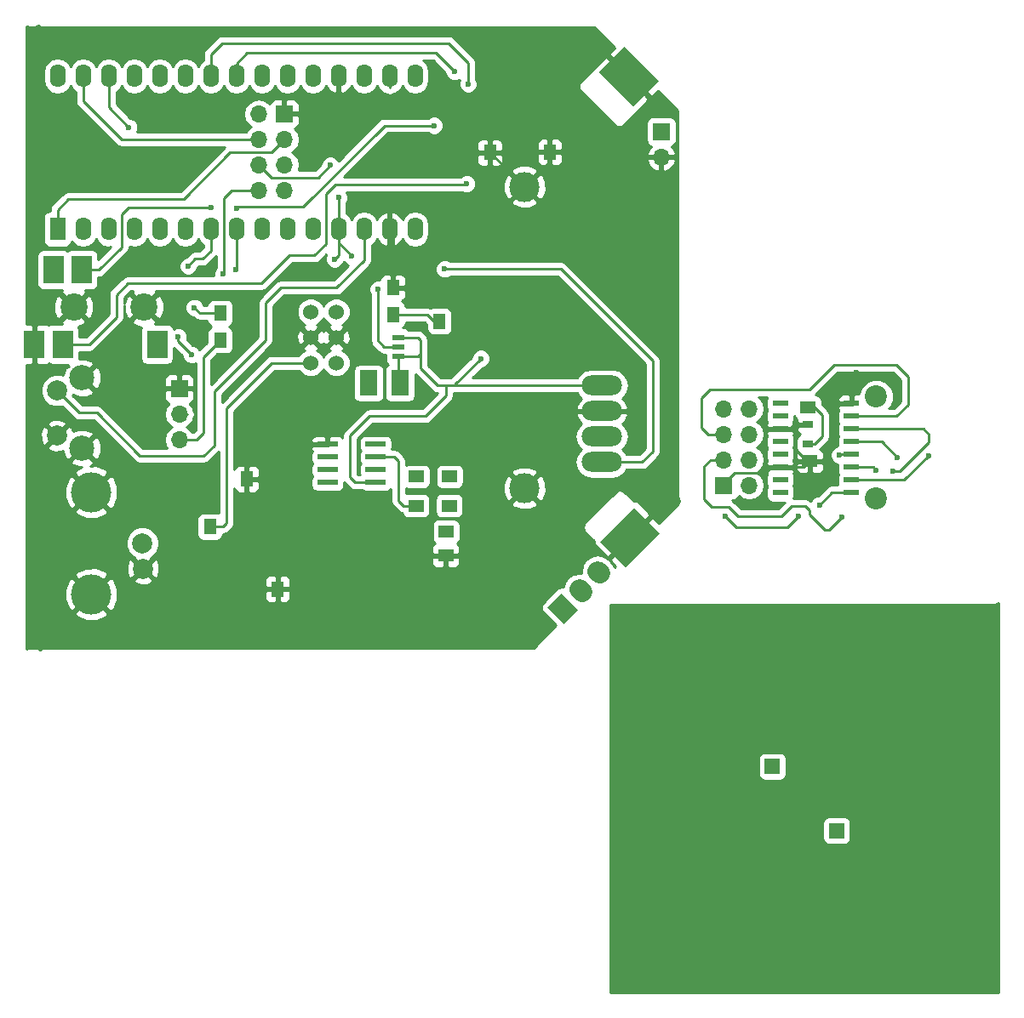
<source format=gbr>
G04 #@! TF.FileFunction,Copper,L1,Top,Signal*
%FSLAX46Y46*%
G04 Gerber Fmt 4.6, Leading zero omitted, Abs format (unit mm)*
G04 Created by KiCad (PCBNEW 4.0.2-stable) date Wednesday, February 14, 2018 'PMt' 02:08:58 PM*
%MOMM*%
G01*
G04 APERTURE LIST*
%ADD10C,0.100000*%
%ADD11R,1.574800X2.286000*%
%ADD12O,1.574800X2.286000*%
%ADD13C,3.000000*%
%ADD14C,1.524000*%
%ADD15R,1.000000X0.700000*%
%ADD16C,2.200000*%
%ADD17R,1.500000X1.250000*%
%ADD18R,1.700000X1.700000*%
%ADD19O,1.700000X1.700000*%
%ADD20R,1.500000X0.600000*%
%ADD21O,4.000000X2.000000*%
%ADD22R,1.500000X1.200000*%
%ADD23R,2.000000X2.800000*%
%ADD24C,2.700000*%
%ADD25C,4.000000*%
%ADD26C,2.000000*%
%ADD27C,2.500000*%
%ADD28R,2.000000X0.500000*%
%ADD29R,1.220000X0.620000*%
%ADD30R,3.680000X1.270000*%
%ADD31R,1.800000X2.500000*%
%ADD32R,1.300000X1.500000*%
%ADD33R,1.500000X1.300000*%
%ADD34R,1.250000X1.500000*%
%ADD35C,2.000000*%
%ADD36R,10.000000X30.000000*%
%ADD37R,10.000000X10.000000*%
%ADD38R,1.500000X1.500000*%
%ADD39C,0.600000*%
%ADD40C,0.250000*%
%ADD41C,0.254000*%
G04 APERTURE END LIST*
D10*
D11*
X145550000Y-70420000D03*
D12*
X148090000Y-70420000D03*
X150630000Y-70420000D03*
X153170000Y-70420000D03*
X155710000Y-70420000D03*
X158250000Y-70420000D03*
X160790000Y-70420000D03*
X163330000Y-70420000D03*
X165870000Y-70420000D03*
X168410000Y-70420000D03*
X170950000Y-70420000D03*
X173490000Y-70420000D03*
X176030000Y-70420000D03*
X178570000Y-70420000D03*
X181110000Y-70420000D03*
X181110000Y-55180000D03*
X178570000Y-55180000D03*
X176030000Y-55180000D03*
X173490000Y-55180000D03*
X170950000Y-55180000D03*
X168410000Y-55180000D03*
X165870000Y-55180000D03*
X163330000Y-55180000D03*
X160790000Y-55180000D03*
X158250000Y-55180000D03*
X155710000Y-55180000D03*
X153170000Y-55180000D03*
X150630000Y-55180000D03*
X148090000Y-55180000D03*
X145550000Y-55180000D03*
D13*
X192000000Y-66200000D03*
X192000000Y-96200000D03*
D14*
X170730000Y-83740000D03*
X170730000Y-81200000D03*
X170730000Y-78660000D03*
X173270000Y-78660000D03*
X173270000Y-81200000D03*
X173270000Y-83740000D03*
D15*
X220175000Y-91775000D03*
X220175000Y-89875000D03*
D16*
X226975000Y-97225000D03*
X226975000Y-87075000D03*
D17*
X220375000Y-93525000D03*
X220175000Y-88175000D03*
D18*
X211825000Y-95925000D03*
D19*
X214365000Y-95925000D03*
X211825000Y-93385000D03*
X214365000Y-93385000D03*
X211825000Y-90845000D03*
X214365000Y-90845000D03*
X211825000Y-88305000D03*
X214365000Y-88305000D03*
D20*
X224525000Y-96670000D03*
X224525000Y-95400000D03*
X224525000Y-94130000D03*
X224525000Y-92860000D03*
X224525000Y-91590000D03*
X224525000Y-90320000D03*
X224525000Y-89050000D03*
X224525000Y-87780000D03*
X217425000Y-87780000D03*
X217425000Y-89050000D03*
X217425000Y-90320000D03*
X217425000Y-91590000D03*
X217425000Y-92860000D03*
X217425000Y-94130000D03*
X217425000Y-95400000D03*
X217425000Y-96670000D03*
D10*
G36*
X199380152Y-54825736D02*
X201925736Y-52280152D01*
X205319848Y-55674264D01*
X202774264Y-58219848D01*
X199380152Y-54825736D01*
X199380152Y-54825736D01*
G37*
D21*
X199700000Y-85990000D03*
X199700000Y-88530000D03*
X199700000Y-91070000D03*
X199700000Y-93610000D03*
D22*
X184500000Y-97950000D03*
X181200000Y-97950000D03*
X184550000Y-95050000D03*
X181250000Y-95050000D03*
D23*
X145150000Y-74475000D03*
X147950000Y-74475000D03*
X143250000Y-81875000D03*
X155450000Y-81875000D03*
X146050000Y-81875000D03*
D24*
X147150000Y-78175000D03*
X154150000Y-78175000D03*
D10*
G36*
X202075736Y-104069848D02*
X199530152Y-101524264D01*
X202924264Y-98130152D01*
X205469848Y-100675736D01*
X202075736Y-104069848D01*
X202075736Y-104069848D01*
G37*
D18*
X205600000Y-60700000D03*
D19*
X205600000Y-63240000D03*
D25*
X148900000Y-96600000D03*
X148900000Y-106760000D03*
D26*
X153980000Y-101680000D03*
X154050000Y-104220000D03*
D27*
X147986000Y-85235500D03*
X147986000Y-92235500D03*
D26*
X145486000Y-86485500D03*
X145486000Y-90985500D03*
D28*
X177191000Y-94383000D03*
X177191000Y-93113000D03*
X177191000Y-91843000D03*
X177191000Y-95653000D03*
X172391000Y-91843000D03*
X172391000Y-93113000D03*
X172391000Y-94383000D03*
X172391000Y-95653000D03*
D29*
X179410000Y-83100000D03*
X179410000Y-82150000D03*
X179410000Y-81200000D03*
D30*
X212050000Y-127100000D03*
X207650000Y-127100000D03*
D31*
X176500000Y-85750000D03*
X179600000Y-85750000D03*
D32*
X160700000Y-100025000D03*
D33*
X184150000Y-102900000D03*
X184200000Y-100550000D03*
D34*
X183550000Y-79600000D03*
D32*
X178900000Y-76250000D03*
X178900000Y-78950000D03*
X164375000Y-95300000D03*
D18*
X157650000Y-86300000D03*
D19*
X157650000Y-88840000D03*
X157650000Y-91380000D03*
D32*
X194500000Y-62750000D03*
D10*
G36*
X197320280Y-108306066D02*
X195906066Y-109720280D01*
X194279720Y-108093934D01*
X195693934Y-106679720D01*
X197320280Y-108306066D01*
X197320280Y-108306066D01*
G37*
D35*
X197702117Y-106510015D02*
X197489985Y-106297883D01*
X199498168Y-104713964D02*
X199286036Y-104501832D01*
D36*
X209850000Y-127100000D03*
X229850000Y-127100000D03*
D37*
X219850000Y-117100000D03*
X219850000Y-137100000D03*
D25*
X204850000Y-112100000D03*
X204850000Y-142100000D03*
X234850000Y-142100000D03*
X234850000Y-112100000D03*
X229850000Y-112100000D03*
X229850000Y-142100000D03*
D38*
X223050000Y-130300000D03*
X216650000Y-123900000D03*
D32*
X188550000Y-62800000D03*
D18*
X168100000Y-58950000D03*
D19*
X165560000Y-58950000D03*
X168100000Y-61490000D03*
X165560000Y-61490000D03*
X168100000Y-64030000D03*
X165560000Y-64030000D03*
X168100000Y-66570000D03*
X165560000Y-66570000D03*
D32*
X161725000Y-78775000D03*
X161725000Y-81475000D03*
X167450000Y-106250000D03*
D39*
X168350000Y-85650000D03*
X166375000Y-85675000D03*
X224975000Y-84725000D03*
X218925000Y-89775000D03*
X177450000Y-76400000D03*
X152625000Y-60275000D03*
X184050000Y-74400000D03*
X163250000Y-74450000D03*
X158525000Y-74100000D03*
X157550000Y-81150000D03*
X158850000Y-82900000D03*
X185050000Y-54750000D03*
X186400000Y-56000000D03*
X186250000Y-65900000D03*
X183000000Y-60100000D03*
X163325000Y-68350000D03*
X160825000Y-68250000D03*
X221325000Y-97875000D03*
X226975000Y-94425000D03*
X223525000Y-99075000D03*
X229075000Y-93125000D03*
X219275000Y-98975000D03*
X211925000Y-98975000D03*
X228675000Y-94525000D03*
X223325000Y-92925000D03*
X232175000Y-92975000D03*
X162025000Y-74900000D03*
X159150000Y-78225000D03*
X172675000Y-64075000D03*
X173525000Y-67250000D03*
X187650000Y-83300000D03*
X174750000Y-73100000D03*
X173100000Y-73425000D03*
D40*
X168100000Y-58950000D02*
X171950000Y-58950000D01*
X173490000Y-57410000D02*
X173490000Y-55180000D01*
X171950000Y-58950000D02*
X173490000Y-57410000D01*
X166400000Y-85650000D02*
X168350000Y-85650000D01*
X166375000Y-85675000D02*
X166400000Y-85650000D01*
X224125000Y-86275000D02*
X224525000Y-86675000D01*
X224525000Y-86675000D02*
X224525000Y-87780000D01*
X224975000Y-84725000D02*
X224125000Y-85575000D01*
X224125000Y-85575000D02*
X224125000Y-86275000D01*
X216570000Y-94130000D02*
X217425000Y-94130000D01*
X216025000Y-94675000D02*
X216570000Y-94130000D01*
X212925000Y-94675000D02*
X216025000Y-94675000D01*
X211825000Y-95775000D02*
X212925000Y-94675000D01*
X211825000Y-95925000D02*
X211825000Y-95775000D01*
X218380000Y-90320000D02*
X218925000Y-89775000D01*
X217425000Y-90320000D02*
X218380000Y-90320000D01*
X218925000Y-92325000D02*
X218925000Y-89775000D01*
X220125000Y-93525000D02*
X218925000Y-92325000D01*
X220375000Y-93525000D02*
X220125000Y-93525000D01*
X219770000Y-94130000D02*
X220375000Y-93525000D01*
X217425000Y-94130000D02*
X219770000Y-94130000D01*
X178900000Y-76250000D02*
X178900000Y-70750000D01*
X178900000Y-70750000D02*
X178570000Y-70420000D01*
X188550000Y-62800000D02*
X188600000Y-62800000D01*
X188600000Y-62800000D02*
X192000000Y-66200000D01*
X194500000Y-62750000D02*
X194500000Y-63700000D01*
X194500000Y-63700000D02*
X192000000Y-66200000D01*
X168300000Y-59000000D02*
X168300000Y-58450000D01*
X177191000Y-93113000D02*
X179063000Y-93113000D01*
X179950000Y-97950000D02*
X181200000Y-97950000D01*
X179450000Y-97450000D02*
X179950000Y-97950000D01*
X179450000Y-93500000D02*
X179450000Y-97450000D01*
X179063000Y-93113000D02*
X179450000Y-93500000D01*
X160700000Y-100025000D02*
X162025000Y-100025000D01*
X166860000Y-83740000D02*
X170730000Y-83740000D01*
X162350000Y-88250000D02*
X166860000Y-83740000D01*
X162350000Y-99700000D02*
X162350000Y-88250000D01*
X162025000Y-100025000D02*
X162350000Y-99700000D01*
X178050000Y-82150000D02*
X179410000Y-82150000D01*
X177400000Y-81500000D02*
X178050000Y-82150000D01*
X177400000Y-78850000D02*
X177400000Y-81500000D01*
X177450000Y-78800000D02*
X177400000Y-78850000D01*
X177450000Y-76400000D02*
X177450000Y-78800000D01*
X176030000Y-70420000D02*
X176030000Y-73520000D01*
X147700500Y-88700000D02*
X145486000Y-86485500D01*
X149450000Y-88700000D02*
X147700500Y-88700000D01*
X153750000Y-93000000D02*
X149450000Y-88700000D01*
X160100000Y-93000000D02*
X153750000Y-93000000D01*
X161150000Y-91950000D02*
X160100000Y-93000000D01*
X161150000Y-86550000D02*
X161150000Y-91950000D01*
X166250000Y-81450000D02*
X161150000Y-86550000D01*
X166250000Y-77750000D02*
X166250000Y-81450000D01*
X167750000Y-76250000D02*
X166250000Y-77750000D01*
X173300000Y-76250000D02*
X167750000Y-76250000D01*
X176030000Y-73520000D02*
X173300000Y-76250000D01*
X145486000Y-86485500D02*
X145486000Y-86536000D01*
X145486000Y-86485500D02*
X145486000Y-86986000D01*
X145486000Y-86485500D02*
X145486000Y-87236000D01*
X145486000Y-86485500D02*
X145486000Y-87286000D01*
X165560000Y-61490000D02*
X151915000Y-61490000D01*
X148090000Y-57665000D02*
X148090000Y-55180000D01*
X151915000Y-61490000D02*
X148090000Y-57665000D01*
X183550000Y-79600000D02*
X183000000Y-79600000D01*
X183000000Y-79600000D02*
X182350000Y-78950000D01*
X182350000Y-78950000D02*
X178900000Y-78950000D01*
X152625000Y-60275000D02*
X150630000Y-58280000D01*
X150630000Y-58280000D02*
X150630000Y-55180000D01*
X168100000Y-61490000D02*
X168100000Y-61525000D01*
X168100000Y-61525000D02*
X166850000Y-62775000D01*
X166850000Y-62775000D02*
X162725000Y-62775000D01*
X162725000Y-62775000D02*
X158075000Y-67425000D01*
X158075000Y-67425000D02*
X146625000Y-67425000D01*
X146625000Y-67425000D02*
X145550000Y-68500000D01*
X145550000Y-68500000D02*
X145550000Y-70420000D01*
X163330000Y-70420000D02*
X163330000Y-74370000D01*
X203690000Y-93610000D02*
X199700000Y-93610000D01*
X204750000Y-92550000D02*
X203690000Y-93610000D01*
X204750000Y-83550000D02*
X204750000Y-92550000D01*
X195600000Y-74400000D02*
X204750000Y-83550000D01*
X184050000Y-74400000D02*
X195600000Y-74400000D01*
X163330000Y-74370000D02*
X163250000Y-74450000D01*
X160790000Y-72560000D02*
X160790000Y-70420000D01*
X159975000Y-73375000D02*
X160790000Y-72560000D01*
X159250000Y-73375000D02*
X159975000Y-73375000D01*
X158525000Y-74100000D02*
X159250000Y-73375000D01*
X157550000Y-81600000D02*
X157550000Y-81150000D01*
X158850000Y-82900000D02*
X157550000Y-81600000D01*
X157650000Y-88840000D02*
X158460000Y-88840000D01*
X157650000Y-88840000D02*
X157860000Y-88840000D01*
X163330000Y-53970000D02*
X163330000Y-55180000D01*
X164400000Y-52900000D02*
X163330000Y-53970000D01*
X183200000Y-52900000D02*
X164400000Y-52900000D01*
X185050000Y-54750000D02*
X183200000Y-52900000D01*
X160790000Y-55180000D02*
X160790000Y-53060000D01*
X186400000Y-53850000D02*
X186400000Y-56000000D01*
X184450000Y-51900000D02*
X186400000Y-53850000D01*
X161950000Y-51900000D02*
X184450000Y-51900000D01*
X160790000Y-53060000D02*
X161950000Y-51900000D01*
X146050000Y-81875000D02*
X148725000Y-81875000D01*
X186200000Y-65950000D02*
X186250000Y-65900000D01*
X173200000Y-65950000D02*
X186200000Y-65950000D01*
X172250000Y-66900000D02*
X173200000Y-65950000D01*
X172250000Y-71900000D02*
X172250000Y-66900000D01*
X171100000Y-73050000D02*
X172250000Y-71900000D01*
X168600000Y-73050000D02*
X171100000Y-73050000D01*
X165850000Y-75800000D02*
X168600000Y-73050000D01*
X152550000Y-75800000D02*
X165850000Y-75800000D01*
X151400000Y-76950000D02*
X152550000Y-75800000D01*
X151400000Y-79200000D02*
X151400000Y-76950000D01*
X148725000Y-81875000D02*
X151400000Y-79200000D01*
X147950000Y-74475000D02*
X149650000Y-74475000D01*
X178075000Y-60100000D02*
X183000000Y-60100000D01*
X169950000Y-68225000D02*
X178075000Y-60100000D01*
X163450000Y-68225000D02*
X169950000Y-68225000D01*
X163325000Y-68350000D02*
X163450000Y-68225000D01*
X160800000Y-68275000D02*
X160825000Y-68250000D01*
X152600000Y-68275000D02*
X160800000Y-68275000D01*
X151900000Y-68975000D02*
X152600000Y-68275000D01*
X151900000Y-72225000D02*
X151900000Y-68975000D01*
X149650000Y-74475000D02*
X151900000Y-72225000D01*
X178570000Y-55180000D02*
X178570000Y-56320000D01*
X157650000Y-91380000D02*
X159370000Y-91380000D01*
X160025000Y-83175000D02*
X161725000Y-81475000D01*
X160025000Y-90725000D02*
X160025000Y-83175000D01*
X159370000Y-91380000D02*
X160025000Y-90725000D01*
X222530000Y-96670000D02*
X224525000Y-96670000D01*
X221325000Y-97875000D02*
X222530000Y-96670000D01*
X214630000Y-90870000D02*
X214400000Y-90870000D01*
X220825000Y-88175000D02*
X220175000Y-88175000D01*
X220875000Y-91775000D02*
X221575000Y-91075000D01*
X221575000Y-91075000D02*
X221575000Y-88925000D01*
X221575000Y-88925000D02*
X220825000Y-88175000D01*
X220175000Y-91775000D02*
X220875000Y-91775000D01*
X226680000Y-94130000D02*
X226975000Y-94425000D01*
X223525000Y-99075000D02*
X222275000Y-100325000D01*
X222275000Y-100325000D02*
X221825000Y-100325000D01*
X221825000Y-100325000D02*
X220325000Y-98825000D01*
X220325000Y-98825000D02*
X220325000Y-98375000D01*
X220325000Y-98375000D02*
X219925000Y-97975000D01*
X219925000Y-97975000D02*
X218575000Y-97975000D01*
X218575000Y-97975000D02*
X217525000Y-99025000D01*
X217525000Y-99025000D02*
X213225000Y-99025000D01*
X213225000Y-99025000D02*
X212275000Y-98075000D01*
X212275000Y-98075000D02*
X210625000Y-98075000D01*
X210625000Y-98075000D02*
X209875000Y-97325000D01*
X209875000Y-97325000D02*
X209875000Y-94025000D01*
X209875000Y-94025000D02*
X210515000Y-93385000D01*
X210515000Y-93385000D02*
X211825000Y-93385000D01*
X224525000Y-94130000D02*
X226680000Y-94130000D01*
X227540000Y-91590000D02*
X224525000Y-91590000D01*
X229075000Y-93125000D02*
X227540000Y-91590000D01*
X210245000Y-90845000D02*
X209575000Y-90175000D01*
X209575000Y-90175000D02*
X209575000Y-87225000D01*
X209575000Y-87225000D02*
X210425000Y-86375000D01*
X210425000Y-86375000D02*
X220375000Y-86375000D01*
X220375000Y-86375000D02*
X222825000Y-83925000D01*
X222825000Y-83925000D02*
X228975000Y-83925000D01*
X228975000Y-83925000D02*
X230175000Y-85125000D01*
X230175000Y-85125000D02*
X230175000Y-87875000D01*
X230175000Y-87875000D02*
X229000000Y-89050000D01*
X229000000Y-89050000D02*
X224525000Y-89050000D01*
X211825000Y-90845000D02*
X210245000Y-90845000D01*
X218175000Y-100075000D02*
X219275000Y-98975000D01*
X213025000Y-100075000D02*
X218175000Y-100075000D01*
X211925000Y-98975000D02*
X213025000Y-100075000D01*
X228675000Y-94525000D02*
X229325000Y-94525000D01*
X229325000Y-94525000D02*
X232225000Y-91625000D01*
X232225000Y-91625000D02*
X232225000Y-90875000D01*
X232225000Y-90875000D02*
X231670000Y-90320000D01*
X231670000Y-90320000D02*
X224525000Y-90320000D01*
X224525000Y-92860000D02*
X223390000Y-92860000D01*
X223390000Y-92860000D02*
X223325000Y-92925000D01*
X232175000Y-92975000D02*
X229750000Y-95400000D01*
X229750000Y-95400000D02*
X224525000Y-95400000D01*
X173510000Y-78660000D02*
X173270000Y-78660000D01*
X165560000Y-66570000D02*
X162830000Y-66570000D01*
X162050000Y-74875000D02*
X162025000Y-74900000D01*
X162050000Y-67350000D02*
X162050000Y-74875000D01*
X162830000Y-66570000D02*
X162050000Y-67350000D01*
X161725000Y-78775000D02*
X159700000Y-78775000D01*
X159700000Y-78775000D02*
X159150000Y-78225000D01*
X173490000Y-70420000D02*
X173490000Y-67285000D01*
X166830000Y-65300000D02*
X165560000Y-64030000D01*
X171450000Y-65300000D02*
X166830000Y-65300000D01*
X172675000Y-64075000D02*
X171450000Y-65300000D01*
X173490000Y-67285000D02*
X173525000Y-67250000D01*
X179410000Y-83100000D02*
X181400000Y-83100000D01*
X181400000Y-83100000D02*
X181650000Y-82850000D01*
X179410000Y-81200000D02*
X181400000Y-81200000D01*
X181400000Y-81200000D02*
X181650000Y-81450000D01*
X181650000Y-81450000D02*
X181650000Y-82850000D01*
X183340000Y-85990000D02*
X184200000Y-85990000D01*
X181650000Y-82850000D02*
X181650000Y-84300000D01*
X181650000Y-84300000D02*
X183340000Y-85990000D01*
X173490000Y-70420000D02*
X173490000Y-71790000D01*
X185050000Y-85900000D02*
X185050000Y-85990000D01*
X187650000Y-83300000D02*
X185050000Y-85900000D01*
X174750000Y-73050000D02*
X174750000Y-73100000D01*
X173490000Y-71790000D02*
X174750000Y-73050000D01*
X184200000Y-85990000D02*
X184200000Y-87000000D01*
X175153000Y-95653000D02*
X177191000Y-95653000D01*
X174650000Y-95150000D02*
X175153000Y-95653000D01*
X174650000Y-91000000D02*
X174650000Y-95150000D01*
X176600000Y-89050000D02*
X174650000Y-91000000D01*
X182150000Y-89050000D02*
X176600000Y-89050000D01*
X184200000Y-87000000D02*
X182150000Y-89050000D01*
X184200000Y-85990000D02*
X185050000Y-85990000D01*
X185050000Y-85990000D02*
X199700000Y-85990000D01*
X173490000Y-70420000D02*
X173490000Y-70440000D01*
X173100000Y-73425000D02*
X173490000Y-73035000D01*
X173490000Y-73035000D02*
X173490000Y-70420000D01*
X179410000Y-83100000D02*
X179410000Y-85560000D01*
X179410000Y-85560000D02*
X179600000Y-85750000D01*
X179800000Y-85950000D02*
X179600000Y-85750000D01*
X179800000Y-85950000D02*
X179600000Y-85750000D01*
X179410000Y-85560000D02*
X179600000Y-85750000D01*
X179600000Y-85750000D02*
X179800000Y-85750000D01*
X179600000Y-85750000D02*
X179600000Y-85550000D01*
D41*
G36*
X239165000Y-146415000D02*
X200535000Y-146415000D01*
X200535000Y-129550000D01*
X221652560Y-129550000D01*
X221652560Y-131050000D01*
X221696838Y-131285317D01*
X221835910Y-131501441D01*
X222048110Y-131646431D01*
X222300000Y-131697440D01*
X223800000Y-131697440D01*
X224035317Y-131653162D01*
X224251441Y-131514090D01*
X224396431Y-131301890D01*
X224447440Y-131050000D01*
X224447440Y-129550000D01*
X224403162Y-129314683D01*
X224264090Y-129098559D01*
X224051890Y-128953569D01*
X223800000Y-128902560D01*
X222300000Y-128902560D01*
X222064683Y-128946838D01*
X221848559Y-129085910D01*
X221703569Y-129298110D01*
X221652560Y-129550000D01*
X200535000Y-129550000D01*
X200535000Y-127385750D01*
X205175000Y-127385750D01*
X205175000Y-127861309D01*
X205271673Y-128094698D01*
X205450301Y-128273327D01*
X205683690Y-128370000D01*
X207364250Y-128370000D01*
X207523000Y-128211250D01*
X207523000Y-127227000D01*
X207777000Y-127227000D01*
X207777000Y-128211250D01*
X207935750Y-128370000D01*
X209616310Y-128370000D01*
X209849699Y-128273327D01*
X209850000Y-128273026D01*
X209850301Y-128273327D01*
X210083690Y-128370000D01*
X211764250Y-128370000D01*
X211923000Y-128211250D01*
X211923000Y-127227000D01*
X212177000Y-127227000D01*
X212177000Y-128211250D01*
X212335750Y-128370000D01*
X214016310Y-128370000D01*
X214249699Y-128273327D01*
X214428327Y-128094698D01*
X214525000Y-127861309D01*
X214525000Y-127385750D01*
X214366250Y-127227000D01*
X212177000Y-127227000D01*
X211923000Y-127227000D01*
X207777000Y-127227000D01*
X207523000Y-127227000D01*
X205333750Y-127227000D01*
X205175000Y-127385750D01*
X200535000Y-127385750D01*
X200535000Y-126338691D01*
X205175000Y-126338691D01*
X205175000Y-126814250D01*
X205333750Y-126973000D01*
X207523000Y-126973000D01*
X207523000Y-125988750D01*
X207777000Y-125988750D01*
X207777000Y-126973000D01*
X211923000Y-126973000D01*
X211923000Y-125988750D01*
X212177000Y-125988750D01*
X212177000Y-126973000D01*
X214366250Y-126973000D01*
X214525000Y-126814250D01*
X214525000Y-126338691D01*
X214428327Y-126105302D01*
X214249699Y-125926673D01*
X214016310Y-125830000D01*
X212335750Y-125830000D01*
X212177000Y-125988750D01*
X211923000Y-125988750D01*
X211764250Y-125830000D01*
X210083690Y-125830000D01*
X209850301Y-125926673D01*
X209850000Y-125926974D01*
X209849699Y-125926673D01*
X209616310Y-125830000D01*
X207935750Y-125830000D01*
X207777000Y-125988750D01*
X207523000Y-125988750D01*
X207364250Y-125830000D01*
X205683690Y-125830000D01*
X205450301Y-125926673D01*
X205271673Y-126105302D01*
X205175000Y-126338691D01*
X200535000Y-126338691D01*
X200535000Y-123150000D01*
X215252560Y-123150000D01*
X215252560Y-124650000D01*
X215296838Y-124885317D01*
X215435910Y-125101441D01*
X215648110Y-125246431D01*
X215900000Y-125297440D01*
X217400000Y-125297440D01*
X217635317Y-125253162D01*
X217851441Y-125114090D01*
X217996431Y-124901890D01*
X218047440Y-124650000D01*
X218047440Y-123150000D01*
X218003162Y-122914683D01*
X217864090Y-122698559D01*
X217651890Y-122553569D01*
X217400000Y-122502560D01*
X215900000Y-122502560D01*
X215664683Y-122546838D01*
X215448559Y-122685910D01*
X215303569Y-122898110D01*
X215252560Y-123150000D01*
X200535000Y-123150000D01*
X200535000Y-107900000D01*
X200508505Y-107766800D01*
X200600000Y-107785000D01*
X238750000Y-107785000D01*
X239012138Y-107732857D01*
X239165000Y-107630718D01*
X239165000Y-146415000D01*
X239165000Y-146415000D01*
G37*
X239165000Y-146415000D02*
X200535000Y-146415000D01*
X200535000Y-129550000D01*
X221652560Y-129550000D01*
X221652560Y-131050000D01*
X221696838Y-131285317D01*
X221835910Y-131501441D01*
X222048110Y-131646431D01*
X222300000Y-131697440D01*
X223800000Y-131697440D01*
X224035317Y-131653162D01*
X224251441Y-131514090D01*
X224396431Y-131301890D01*
X224447440Y-131050000D01*
X224447440Y-129550000D01*
X224403162Y-129314683D01*
X224264090Y-129098559D01*
X224051890Y-128953569D01*
X223800000Y-128902560D01*
X222300000Y-128902560D01*
X222064683Y-128946838D01*
X221848559Y-129085910D01*
X221703569Y-129298110D01*
X221652560Y-129550000D01*
X200535000Y-129550000D01*
X200535000Y-127385750D01*
X205175000Y-127385750D01*
X205175000Y-127861309D01*
X205271673Y-128094698D01*
X205450301Y-128273327D01*
X205683690Y-128370000D01*
X207364250Y-128370000D01*
X207523000Y-128211250D01*
X207523000Y-127227000D01*
X207777000Y-127227000D01*
X207777000Y-128211250D01*
X207935750Y-128370000D01*
X209616310Y-128370000D01*
X209849699Y-128273327D01*
X209850000Y-128273026D01*
X209850301Y-128273327D01*
X210083690Y-128370000D01*
X211764250Y-128370000D01*
X211923000Y-128211250D01*
X211923000Y-127227000D01*
X212177000Y-127227000D01*
X212177000Y-128211250D01*
X212335750Y-128370000D01*
X214016310Y-128370000D01*
X214249699Y-128273327D01*
X214428327Y-128094698D01*
X214525000Y-127861309D01*
X214525000Y-127385750D01*
X214366250Y-127227000D01*
X212177000Y-127227000D01*
X211923000Y-127227000D01*
X207777000Y-127227000D01*
X207523000Y-127227000D01*
X205333750Y-127227000D01*
X205175000Y-127385750D01*
X200535000Y-127385750D01*
X200535000Y-126338691D01*
X205175000Y-126338691D01*
X205175000Y-126814250D01*
X205333750Y-126973000D01*
X207523000Y-126973000D01*
X207523000Y-125988750D01*
X207777000Y-125988750D01*
X207777000Y-126973000D01*
X211923000Y-126973000D01*
X211923000Y-125988750D01*
X212177000Y-125988750D01*
X212177000Y-126973000D01*
X214366250Y-126973000D01*
X214525000Y-126814250D01*
X214525000Y-126338691D01*
X214428327Y-126105302D01*
X214249699Y-125926673D01*
X214016310Y-125830000D01*
X212335750Y-125830000D01*
X212177000Y-125988750D01*
X211923000Y-125988750D01*
X211764250Y-125830000D01*
X210083690Y-125830000D01*
X209850301Y-125926673D01*
X209850000Y-125926974D01*
X209849699Y-125926673D01*
X209616310Y-125830000D01*
X207935750Y-125830000D01*
X207777000Y-125988750D01*
X207523000Y-125988750D01*
X207364250Y-125830000D01*
X205683690Y-125830000D01*
X205450301Y-125926673D01*
X205271673Y-126105302D01*
X205175000Y-126338691D01*
X200535000Y-126338691D01*
X200535000Y-123150000D01*
X215252560Y-123150000D01*
X215252560Y-124650000D01*
X215296838Y-124885317D01*
X215435910Y-125101441D01*
X215648110Y-125246431D01*
X215900000Y-125297440D01*
X217400000Y-125297440D01*
X217635317Y-125253162D01*
X217851441Y-125114090D01*
X217996431Y-124901890D01*
X218047440Y-124650000D01*
X218047440Y-123150000D01*
X218003162Y-122914683D01*
X217864090Y-122698559D01*
X217651890Y-122553569D01*
X217400000Y-122502560D01*
X215900000Y-122502560D01*
X215664683Y-122546838D01*
X215448559Y-122685910D01*
X215303569Y-122898110D01*
X215252560Y-123150000D01*
X200535000Y-123150000D01*
X200535000Y-107900000D01*
X200508505Y-107766800D01*
X200600000Y-107785000D01*
X238750000Y-107785000D01*
X239012138Y-107732857D01*
X239165000Y-107630718D01*
X239165000Y-146415000D01*
G36*
X143737862Y-50232857D02*
X144000000Y-50285000D01*
X198916264Y-50285000D01*
X200969563Y-52338299D01*
X200405987Y-52901875D01*
X200405987Y-53126382D01*
X202350000Y-55070395D01*
X202364143Y-55056253D01*
X202543748Y-55235858D01*
X202529605Y-55250000D01*
X204473618Y-57194013D01*
X204698125Y-57194013D01*
X205261701Y-56630437D01*
X207215000Y-58583736D01*
X207215000Y-97000000D01*
X207267143Y-97262138D01*
X207415632Y-97484368D01*
X207420319Y-97487500D01*
X207415632Y-97490632D01*
X207267143Y-97712862D01*
X207254415Y-97776849D01*
X205361701Y-99669563D01*
X204848125Y-99155987D01*
X204623618Y-99155987D01*
X202679605Y-101100000D01*
X202693748Y-101114143D01*
X202514143Y-101293748D01*
X202500000Y-101279605D01*
X200555987Y-103223618D01*
X200555987Y-103448125D01*
X201069563Y-103961701D01*
X200987305Y-104043959D01*
X200679015Y-103582572D01*
X200417428Y-103320984D01*
X199886996Y-102966561D01*
X199261308Y-102842103D01*
X198635620Y-102966561D01*
X198105188Y-103320984D01*
X197750765Y-103851416D01*
X197626307Y-104477104D01*
X197666297Y-104678144D01*
X197465257Y-104638154D01*
X196839569Y-104762612D01*
X196309137Y-105117035D01*
X195954714Y-105647467D01*
X195870907Y-106068792D01*
X195702878Y-106032342D01*
X195450307Y-106079866D01*
X195236125Y-106221911D01*
X193821911Y-107636125D01*
X193686826Y-107833828D01*
X193632342Y-108084990D01*
X193679866Y-108337561D01*
X193821911Y-108551743D01*
X195150716Y-109880548D01*
X192916264Y-112115000D01*
X144250000Y-112115000D01*
X143987862Y-112167143D01*
X143800000Y-112292668D01*
X143612138Y-112167143D01*
X143350000Y-112115000D01*
X142800000Y-112115000D01*
X142537862Y-112167143D01*
X142485000Y-112202464D01*
X142485000Y-108635022D01*
X147204584Y-108635022D01*
X147425353Y-109005743D01*
X148397012Y-109399119D01*
X149445247Y-109390713D01*
X150374647Y-109005743D01*
X150595416Y-108635022D01*
X148900000Y-106939605D01*
X147204584Y-108635022D01*
X142485000Y-108635022D01*
X142485000Y-106257012D01*
X146260881Y-106257012D01*
X146269287Y-107305247D01*
X146654257Y-108234647D01*
X147024978Y-108455416D01*
X148720395Y-106760000D01*
X149079605Y-106760000D01*
X150775022Y-108455416D01*
X151145743Y-108234647D01*
X151539119Y-107262988D01*
X151533288Y-106535750D01*
X166165000Y-106535750D01*
X166165000Y-107126309D01*
X166261673Y-107359698D01*
X166440301Y-107538327D01*
X166673690Y-107635000D01*
X167164250Y-107635000D01*
X167323000Y-107476250D01*
X167323000Y-106377000D01*
X167577000Y-106377000D01*
X167577000Y-107476250D01*
X167735750Y-107635000D01*
X168226310Y-107635000D01*
X168459699Y-107538327D01*
X168638327Y-107359698D01*
X168735000Y-107126309D01*
X168735000Y-106535750D01*
X168576250Y-106377000D01*
X167577000Y-106377000D01*
X167323000Y-106377000D01*
X166323750Y-106377000D01*
X166165000Y-106535750D01*
X151533288Y-106535750D01*
X151530713Y-106214753D01*
X151181854Y-105372532D01*
X153077073Y-105372532D01*
X153175736Y-105639387D01*
X153785461Y-105865908D01*
X154435460Y-105841856D01*
X154924264Y-105639387D01*
X155022498Y-105373691D01*
X166165000Y-105373691D01*
X166165000Y-105964250D01*
X166323750Y-106123000D01*
X167323000Y-106123000D01*
X167323000Y-105023750D01*
X167577000Y-105023750D01*
X167577000Y-106123000D01*
X168576250Y-106123000D01*
X168735000Y-105964250D01*
X168735000Y-105373691D01*
X168638327Y-105140302D01*
X168459699Y-104961673D01*
X168226310Y-104865000D01*
X167735750Y-104865000D01*
X167577000Y-105023750D01*
X167323000Y-105023750D01*
X167164250Y-104865000D01*
X166673690Y-104865000D01*
X166440301Y-104961673D01*
X166261673Y-105140302D01*
X166165000Y-105373691D01*
X155022498Y-105373691D01*
X155022927Y-105372532D01*
X154050000Y-104399605D01*
X153077073Y-105372532D01*
X151181854Y-105372532D01*
X151145743Y-105285353D01*
X150775022Y-105064584D01*
X149079605Y-106760000D01*
X148720395Y-106760000D01*
X147024978Y-105064584D01*
X146654257Y-105285353D01*
X146260881Y-106257012D01*
X142485000Y-106257012D01*
X142485000Y-104884978D01*
X147204584Y-104884978D01*
X148900000Y-106580395D01*
X150595416Y-104884978D01*
X150374647Y-104514257D01*
X149402988Y-104120881D01*
X148354753Y-104129287D01*
X147425353Y-104514257D01*
X147204584Y-104884978D01*
X142485000Y-104884978D01*
X142485000Y-103955461D01*
X152404092Y-103955461D01*
X152428144Y-104605460D01*
X152630613Y-105094264D01*
X152897468Y-105192927D01*
X153870395Y-104220000D01*
X154229605Y-104220000D01*
X155202532Y-105192927D01*
X155469387Y-105094264D01*
X155695908Y-104484539D01*
X155671856Y-103834540D01*
X155469387Y-103345736D01*
X155202532Y-103247073D01*
X154229605Y-104220000D01*
X153870395Y-104220000D01*
X152897468Y-103247073D01*
X152630613Y-103345736D01*
X152404092Y-103955461D01*
X142485000Y-103955461D01*
X142485000Y-102003795D01*
X152344716Y-102003795D01*
X152593106Y-102604943D01*
X153052637Y-103065278D01*
X153090680Y-103081075D01*
X154050000Y-104040395D01*
X154904645Y-103185750D01*
X182765000Y-103185750D01*
X182765000Y-103676310D01*
X182861673Y-103909699D01*
X183040302Y-104088327D01*
X183273691Y-104185000D01*
X183864250Y-104185000D01*
X184023000Y-104026250D01*
X184023000Y-103027000D01*
X184277000Y-103027000D01*
X184277000Y-104026250D01*
X184435750Y-104185000D01*
X185026309Y-104185000D01*
X185259698Y-104088327D01*
X185438327Y-103909699D01*
X185535000Y-103676310D01*
X185535000Y-103185750D01*
X185376250Y-103027000D01*
X184277000Y-103027000D01*
X184023000Y-103027000D01*
X182923750Y-103027000D01*
X182765000Y-103185750D01*
X154904645Y-103185750D01*
X155022927Y-103067468D01*
X154990966Y-102981022D01*
X155365278Y-102607363D01*
X155566116Y-102123690D01*
X182765000Y-102123690D01*
X182765000Y-102614250D01*
X182923750Y-102773000D01*
X184023000Y-102773000D01*
X184023000Y-102753000D01*
X184277000Y-102753000D01*
X184277000Y-102773000D01*
X185376250Y-102773000D01*
X185535000Y-102614250D01*
X185535000Y-102123690D01*
X185438327Y-101890301D01*
X185286243Y-101738218D01*
X185401441Y-101664090D01*
X185546431Y-101451890D01*
X185597440Y-101200000D01*
X185597440Y-100100000D01*
X197815000Y-100100000D01*
X197867143Y-100362138D01*
X198015632Y-100584368D01*
X198895152Y-101463888D01*
X198895151Y-101650573D01*
X198991824Y-101883962D01*
X200151875Y-103044013D01*
X200376382Y-103044013D01*
X202320395Y-101100000D01*
X202306253Y-101085858D01*
X202485858Y-100906253D01*
X202500000Y-100920395D01*
X204444013Y-98976382D01*
X204444013Y-98751875D01*
X203283962Y-97591824D01*
X203050573Y-97495151D01*
X202863888Y-97495152D01*
X201984368Y-96615632D01*
X201762138Y-96467143D01*
X201500000Y-96415000D01*
X201237862Y-96467143D01*
X201015632Y-96615632D01*
X198015632Y-99615632D01*
X197867143Y-99837862D01*
X197815000Y-100100000D01*
X185597440Y-100100000D01*
X185597440Y-99900000D01*
X185553162Y-99664683D01*
X185414090Y-99448559D01*
X185201890Y-99303569D01*
X184950000Y-99252560D01*
X183450000Y-99252560D01*
X183214683Y-99296838D01*
X182998559Y-99435910D01*
X182853569Y-99648110D01*
X182802560Y-99900000D01*
X182802560Y-101200000D01*
X182846838Y-101435317D01*
X182985910Y-101651441D01*
X183061321Y-101702967D01*
X183040302Y-101711673D01*
X182861673Y-101890301D01*
X182765000Y-102123690D01*
X155566116Y-102123690D01*
X155614716Y-102006648D01*
X155615284Y-101356205D01*
X155366894Y-100755057D01*
X154907363Y-100294722D01*
X154306648Y-100045284D01*
X153656205Y-100044716D01*
X153055057Y-100293106D01*
X152594722Y-100752637D01*
X152345284Y-101353352D01*
X152344716Y-102003795D01*
X142485000Y-102003795D01*
X142485000Y-98475022D01*
X147204584Y-98475022D01*
X147425353Y-98845743D01*
X148397012Y-99239119D01*
X149445247Y-99230713D01*
X150374647Y-98845743D01*
X150595416Y-98475022D01*
X148900000Y-96779605D01*
X147204584Y-98475022D01*
X142485000Y-98475022D01*
X142485000Y-96097012D01*
X146260881Y-96097012D01*
X146269287Y-97145247D01*
X146654257Y-98074647D01*
X147024978Y-98295416D01*
X148720395Y-96600000D01*
X149079605Y-96600000D01*
X150775022Y-98295416D01*
X151145743Y-98074647D01*
X151539119Y-97102988D01*
X151530713Y-96054753D01*
X151145743Y-95125353D01*
X150775022Y-94904584D01*
X149079605Y-96600000D01*
X148720395Y-96600000D01*
X147024978Y-94904584D01*
X146654257Y-95125353D01*
X146260881Y-96097012D01*
X142485000Y-96097012D01*
X142485000Y-93568820D01*
X146832285Y-93568820D01*
X146961533Y-93861623D01*
X147661806Y-94129888D01*
X147988196Y-94121120D01*
X147425353Y-94354257D01*
X147204584Y-94724978D01*
X148900000Y-96420395D01*
X150595416Y-94724978D01*
X150374647Y-94354257D01*
X149402988Y-93960881D01*
X148758357Y-93966050D01*
X149010467Y-93861623D01*
X149139715Y-93568820D01*
X147986000Y-92415105D01*
X146832285Y-93568820D01*
X142485000Y-93568820D01*
X142485000Y-92138032D01*
X144513073Y-92138032D01*
X144611736Y-92404887D01*
X145221461Y-92631408D01*
X145871460Y-92607356D01*
X146107682Y-92509510D01*
X146111750Y-92660935D01*
X146359877Y-93259967D01*
X146652680Y-93389215D01*
X147806395Y-92235500D01*
X148165605Y-92235500D01*
X149319320Y-93389215D01*
X149612123Y-93259967D01*
X149880388Y-92559694D01*
X149860250Y-91810065D01*
X149612123Y-91211033D01*
X149319320Y-91081785D01*
X148165605Y-92235500D01*
X147806395Y-92235500D01*
X147792253Y-92221358D01*
X147971858Y-92041753D01*
X147986000Y-92055895D01*
X149139715Y-90902180D01*
X149010467Y-90609377D01*
X148310194Y-90341112D01*
X147560565Y-90361250D01*
X147089729Y-90556277D01*
X146905387Y-90111236D01*
X146638532Y-90012573D01*
X145665605Y-90985500D01*
X145679748Y-90999643D01*
X145500143Y-91179248D01*
X145486000Y-91165105D01*
X144513073Y-92138032D01*
X142485000Y-92138032D01*
X142485000Y-90720961D01*
X143840092Y-90720961D01*
X143864144Y-91370960D01*
X144066613Y-91859764D01*
X144333468Y-91958427D01*
X145306395Y-90985500D01*
X144333468Y-90012573D01*
X144066613Y-90111236D01*
X143840092Y-90720961D01*
X142485000Y-90720961D01*
X142485000Y-89832968D01*
X144513073Y-89832968D01*
X145486000Y-90805895D01*
X146458927Y-89832968D01*
X146360264Y-89566113D01*
X145750539Y-89339592D01*
X145100540Y-89363644D01*
X144611736Y-89566113D01*
X144513073Y-89832968D01*
X142485000Y-89832968D01*
X142485000Y-83910000D01*
X142964250Y-83910000D01*
X143123000Y-83751250D01*
X143123000Y-82002000D01*
X143103000Y-82002000D01*
X143103000Y-81748000D01*
X143123000Y-81748000D01*
X143123000Y-79998750D01*
X143377000Y-79998750D01*
X143377000Y-81748000D01*
X143397000Y-81748000D01*
X143397000Y-82002000D01*
X143377000Y-82002000D01*
X143377000Y-83751250D01*
X143535750Y-83910000D01*
X144376309Y-83910000D01*
X144609698Y-83813327D01*
X144651660Y-83771366D01*
X144798110Y-83871431D01*
X145050000Y-83922440D01*
X146584560Y-83922440D01*
X146538946Y-83968054D01*
X146652678Y-84081786D01*
X146359877Y-84211033D01*
X146091612Y-84911306D01*
X146093115Y-84967244D01*
X145812648Y-84850784D01*
X145162205Y-84850216D01*
X144561057Y-85098606D01*
X144100722Y-85558137D01*
X143851284Y-86158852D01*
X143850716Y-86809295D01*
X144099106Y-87410443D01*
X144558637Y-87870778D01*
X145159352Y-88120216D01*
X145809795Y-88120784D01*
X145977279Y-88051581D01*
X147163099Y-89237401D01*
X147409661Y-89402148D01*
X147700500Y-89460000D01*
X149135198Y-89460000D01*
X153212599Y-93537401D01*
X153459160Y-93702148D01*
X153750000Y-93760000D01*
X160100000Y-93760000D01*
X160390839Y-93702148D01*
X160637401Y-93537401D01*
X161590000Y-92584802D01*
X161590000Y-98676161D01*
X161350000Y-98627560D01*
X160050000Y-98627560D01*
X159814683Y-98671838D01*
X159598559Y-98810910D01*
X159453569Y-99023110D01*
X159402560Y-99275000D01*
X159402560Y-100775000D01*
X159446838Y-101010317D01*
X159585910Y-101226441D01*
X159798110Y-101371431D01*
X160050000Y-101422440D01*
X161350000Y-101422440D01*
X161585317Y-101378162D01*
X161801441Y-101239090D01*
X161946431Y-101026890D01*
X161995415Y-100785000D01*
X162025000Y-100785000D01*
X162315839Y-100727148D01*
X162562401Y-100562401D01*
X162887401Y-100237401D01*
X163052148Y-99990840D01*
X163093259Y-99784161D01*
X163110000Y-99700000D01*
X163110000Y-96224593D01*
X163186673Y-96409698D01*
X163365301Y-96588327D01*
X163598690Y-96685000D01*
X164089250Y-96685000D01*
X164248000Y-96526250D01*
X164248000Y-95427000D01*
X164502000Y-95427000D01*
X164502000Y-96526250D01*
X164660750Y-96685000D01*
X165151310Y-96685000D01*
X165384699Y-96588327D01*
X165563327Y-96409698D01*
X165660000Y-96176309D01*
X165660000Y-95585750D01*
X165501250Y-95427000D01*
X164502000Y-95427000D01*
X164248000Y-95427000D01*
X164228000Y-95427000D01*
X164228000Y-95173000D01*
X164248000Y-95173000D01*
X164248000Y-94073750D01*
X164502000Y-94073750D01*
X164502000Y-95173000D01*
X165501250Y-95173000D01*
X165660000Y-95014250D01*
X165660000Y-94423691D01*
X165563327Y-94190302D01*
X165384699Y-94011673D01*
X165151310Y-93915000D01*
X164660750Y-93915000D01*
X164502000Y-94073750D01*
X164248000Y-94073750D01*
X164089250Y-93915000D01*
X163598690Y-93915000D01*
X163365301Y-94011673D01*
X163186673Y-94190302D01*
X163110000Y-94375407D01*
X163110000Y-92863000D01*
X170743560Y-92863000D01*
X170743560Y-93363000D01*
X170787838Y-93598317D01*
X170884817Y-93749027D01*
X170794569Y-93881110D01*
X170743560Y-94133000D01*
X170743560Y-94633000D01*
X170787838Y-94868317D01*
X170884817Y-95019027D01*
X170794569Y-95151110D01*
X170743560Y-95403000D01*
X170743560Y-95903000D01*
X170787838Y-96138317D01*
X170926910Y-96354441D01*
X171139110Y-96499431D01*
X171391000Y-96550440D01*
X173391000Y-96550440D01*
X173626317Y-96506162D01*
X173842441Y-96367090D01*
X173987431Y-96154890D01*
X174038440Y-95903000D01*
X174038440Y-95576414D01*
X174112599Y-95687401D01*
X174615599Y-96190401D01*
X174862160Y-96355148D01*
X174910414Y-96364746D01*
X175153000Y-96413000D01*
X175812614Y-96413000D01*
X175939110Y-96499431D01*
X176191000Y-96550440D01*
X178191000Y-96550440D01*
X178426317Y-96506162D01*
X178642441Y-96367090D01*
X178690000Y-96297485D01*
X178690000Y-97450000D01*
X178747852Y-97740839D01*
X178912599Y-97987401D01*
X179412599Y-98487401D01*
X179659161Y-98652148D01*
X179828104Y-98685753D01*
X179846838Y-98785317D01*
X179985910Y-99001441D01*
X180198110Y-99146431D01*
X180450000Y-99197440D01*
X181950000Y-99197440D01*
X182185317Y-99153162D01*
X182401441Y-99014090D01*
X182546431Y-98801890D01*
X182597440Y-98550000D01*
X182597440Y-97350000D01*
X183102560Y-97350000D01*
X183102560Y-98550000D01*
X183146838Y-98785317D01*
X183285910Y-99001441D01*
X183498110Y-99146431D01*
X183750000Y-99197440D01*
X185250000Y-99197440D01*
X185485317Y-99153162D01*
X185701441Y-99014090D01*
X185846431Y-98801890D01*
X185897440Y-98550000D01*
X185897440Y-97713970D01*
X190665635Y-97713970D01*
X190825418Y-98032739D01*
X191616187Y-98342723D01*
X192465387Y-98326497D01*
X193174582Y-98032739D01*
X193334365Y-97713970D01*
X192000000Y-96379605D01*
X190665635Y-97713970D01*
X185897440Y-97713970D01*
X185897440Y-97350000D01*
X185853162Y-97114683D01*
X185714090Y-96898559D01*
X185501890Y-96753569D01*
X185250000Y-96702560D01*
X183750000Y-96702560D01*
X183514683Y-96746838D01*
X183298559Y-96885910D01*
X183153569Y-97098110D01*
X183102560Y-97350000D01*
X182597440Y-97350000D01*
X182553162Y-97114683D01*
X182414090Y-96898559D01*
X182201890Y-96753569D01*
X181950000Y-96702560D01*
X180450000Y-96702560D01*
X180214683Y-96746838D01*
X180210000Y-96749851D01*
X180210000Y-96220392D01*
X180248110Y-96246431D01*
X180500000Y-96297440D01*
X182000000Y-96297440D01*
X182235317Y-96253162D01*
X182451441Y-96114090D01*
X182596431Y-95901890D01*
X182647440Y-95650000D01*
X182647440Y-94450000D01*
X183152560Y-94450000D01*
X183152560Y-95650000D01*
X183196838Y-95885317D01*
X183335910Y-96101441D01*
X183548110Y-96246431D01*
X183800000Y-96297440D01*
X185300000Y-96297440D01*
X185535317Y-96253162D01*
X185751441Y-96114090D01*
X185896431Y-95901890D01*
X185913786Y-95816187D01*
X189857277Y-95816187D01*
X189873503Y-96665387D01*
X190167261Y-97374582D01*
X190486030Y-97534365D01*
X191820395Y-96200000D01*
X192179605Y-96200000D01*
X193513970Y-97534365D01*
X193832739Y-97374582D01*
X194142723Y-96583813D01*
X194126497Y-95734613D01*
X193832739Y-95025418D01*
X193513970Y-94865635D01*
X192179605Y-96200000D01*
X191820395Y-96200000D01*
X190486030Y-94865635D01*
X190167261Y-95025418D01*
X189857277Y-95816187D01*
X185913786Y-95816187D01*
X185947440Y-95650000D01*
X185947440Y-94686030D01*
X190665635Y-94686030D01*
X192000000Y-96020395D01*
X193334365Y-94686030D01*
X193174582Y-94367261D01*
X192383813Y-94057277D01*
X191534613Y-94073503D01*
X190825418Y-94367261D01*
X190665635Y-94686030D01*
X185947440Y-94686030D01*
X185947440Y-94450000D01*
X185903162Y-94214683D01*
X185764090Y-93998559D01*
X185551890Y-93853569D01*
X185300000Y-93802560D01*
X183800000Y-93802560D01*
X183564683Y-93846838D01*
X183348559Y-93985910D01*
X183203569Y-94198110D01*
X183152560Y-94450000D01*
X182647440Y-94450000D01*
X182603162Y-94214683D01*
X182464090Y-93998559D01*
X182251890Y-93853569D01*
X182000000Y-93802560D01*
X180500000Y-93802560D01*
X180264683Y-93846838D01*
X180210000Y-93882026D01*
X180210000Y-93500000D01*
X180152148Y-93209161D01*
X179987401Y-92962599D01*
X179600401Y-92575599D01*
X179353839Y-92410852D01*
X179063000Y-92353000D01*
X178781890Y-92353000D01*
X178787431Y-92344890D01*
X178838440Y-92093000D01*
X178838440Y-91593000D01*
X178794162Y-91357683D01*
X178655090Y-91141559D01*
X178442890Y-90996569D01*
X178191000Y-90945560D01*
X176191000Y-90945560D01*
X175955683Y-90989838D01*
X175739559Y-91128910D01*
X175594569Y-91341110D01*
X175543560Y-91593000D01*
X175543560Y-92093000D01*
X175587838Y-92328317D01*
X175684817Y-92479027D01*
X175594569Y-92611110D01*
X175543560Y-92863000D01*
X175543560Y-93363000D01*
X175587838Y-93598317D01*
X175684817Y-93749027D01*
X175594569Y-93881110D01*
X175543560Y-94133000D01*
X175543560Y-94633000D01*
X175587838Y-94868317D01*
X175603721Y-94893000D01*
X175467802Y-94893000D01*
X175410000Y-94835198D01*
X175410000Y-91314802D01*
X176914802Y-89810000D01*
X182150000Y-89810000D01*
X182440839Y-89752148D01*
X182687401Y-89587401D01*
X184737401Y-87537401D01*
X184902148Y-87290839D01*
X184960000Y-87000000D01*
X184960000Y-86750000D01*
X197227579Y-86750000D01*
X197492257Y-87146120D01*
X197689890Y-87278174D01*
X197454078Y-87463683D01*
X197140856Y-88021645D01*
X197109876Y-88149566D01*
X197229223Y-88403000D01*
X199573000Y-88403000D01*
X199573000Y-88383000D01*
X199827000Y-88383000D01*
X199827000Y-88403000D01*
X202170777Y-88403000D01*
X202290124Y-88149566D01*
X202259144Y-88021645D01*
X201945922Y-87463683D01*
X201710110Y-87278174D01*
X201907743Y-87146120D01*
X202262166Y-86615687D01*
X202386623Y-85990000D01*
X202262166Y-85364313D01*
X201907743Y-84833880D01*
X201377310Y-84479457D01*
X200751623Y-84355000D01*
X198648377Y-84355000D01*
X198022690Y-84479457D01*
X197492257Y-84833880D01*
X197227579Y-85230000D01*
X186794802Y-85230000D01*
X187789680Y-84235122D01*
X187835167Y-84235162D01*
X188178943Y-84093117D01*
X188442192Y-83830327D01*
X188584838Y-83486799D01*
X188585162Y-83114833D01*
X188443117Y-82771057D01*
X188180327Y-82507808D01*
X187836799Y-82365162D01*
X187464833Y-82364838D01*
X187121057Y-82506883D01*
X186857808Y-82769673D01*
X186715162Y-83113201D01*
X186715121Y-83160077D01*
X184645198Y-85230000D01*
X183654802Y-85230000D01*
X182410000Y-83985198D01*
X182410000Y-81450000D01*
X182362094Y-81209161D01*
X182352148Y-81159160D01*
X182187401Y-80912599D01*
X181937401Y-80662599D01*
X181690839Y-80497852D01*
X181400000Y-80440000D01*
X180485017Y-80440000D01*
X180484090Y-80438559D01*
X180271890Y-80293569D01*
X180020000Y-80242560D01*
X179879495Y-80242560D01*
X180001441Y-80164090D01*
X180146431Y-79951890D01*
X180195415Y-79710000D01*
X182035198Y-79710000D01*
X182277560Y-79952362D01*
X182277560Y-80350000D01*
X182321838Y-80585317D01*
X182460910Y-80801441D01*
X182673110Y-80946431D01*
X182925000Y-80997440D01*
X184175000Y-80997440D01*
X184410317Y-80953162D01*
X184626441Y-80814090D01*
X184771431Y-80601890D01*
X184822440Y-80350000D01*
X184822440Y-78850000D01*
X184778162Y-78614683D01*
X184639090Y-78398559D01*
X184426890Y-78253569D01*
X184175000Y-78202560D01*
X182925000Y-78202560D01*
X182689683Y-78246838D01*
X182664028Y-78263346D01*
X182640839Y-78247852D01*
X182350000Y-78190000D01*
X180195558Y-78190000D01*
X180153162Y-77964683D01*
X180014090Y-77748559D01*
X179801890Y-77603569D01*
X179768510Y-77596809D01*
X179909699Y-77538327D01*
X180088327Y-77359698D01*
X180185000Y-77126309D01*
X180185000Y-76535750D01*
X180026250Y-76377000D01*
X179027000Y-76377000D01*
X179027000Y-76397000D01*
X178773000Y-76397000D01*
X178773000Y-76377000D01*
X178753000Y-76377000D01*
X178753000Y-76123000D01*
X178773000Y-76123000D01*
X178773000Y-75023750D01*
X179027000Y-75023750D01*
X179027000Y-76123000D01*
X180026250Y-76123000D01*
X180185000Y-75964250D01*
X180185000Y-75373691D01*
X180088327Y-75140302D01*
X179909699Y-74961673D01*
X179676310Y-74865000D01*
X179185750Y-74865000D01*
X179027000Y-75023750D01*
X178773000Y-75023750D01*
X178614250Y-74865000D01*
X178123690Y-74865000D01*
X177890301Y-74961673D01*
X177711673Y-75140302D01*
X177615000Y-75373691D01*
X177615000Y-75465143D01*
X177264833Y-75464838D01*
X176921057Y-75606883D01*
X176657808Y-75869673D01*
X176515162Y-76213201D01*
X176514838Y-76585167D01*
X176656883Y-76928943D01*
X176690000Y-76962118D01*
X176690000Y-78598635D01*
X176640000Y-78850000D01*
X176640000Y-81500000D01*
X176697852Y-81790839D01*
X176862599Y-82037401D01*
X177512599Y-82687401D01*
X177759161Y-82852148D01*
X178050000Y-82910000D01*
X178152560Y-82910000D01*
X178152560Y-83410000D01*
X178196838Y-83645317D01*
X178335910Y-83861441D01*
X178425045Y-83922344D01*
X178248559Y-84035910D01*
X178103569Y-84248110D01*
X178052560Y-84500000D01*
X178052560Y-87000000D01*
X178096838Y-87235317D01*
X178235910Y-87451441D01*
X178448110Y-87596431D01*
X178700000Y-87647440D01*
X180500000Y-87647440D01*
X180735317Y-87603162D01*
X180951441Y-87464090D01*
X181096431Y-87251890D01*
X181147440Y-87000000D01*
X181147440Y-84872242D01*
X182802599Y-86527401D01*
X183049161Y-86692148D01*
X183340000Y-86750000D01*
X183375198Y-86750000D01*
X181835198Y-88290000D01*
X176600000Y-88290000D01*
X176389407Y-88331890D01*
X176309160Y-88347852D01*
X176062599Y-88512599D01*
X174112599Y-90462599D01*
X173947852Y-90709161D01*
X173890000Y-91000000D01*
X173890000Y-91193975D01*
X173750699Y-91054673D01*
X173517310Y-90958000D01*
X172676750Y-90958000D01*
X172518000Y-91116750D01*
X172518000Y-91718000D01*
X172538000Y-91718000D01*
X172538000Y-91968000D01*
X172518000Y-91968000D01*
X172518000Y-91990000D01*
X172264000Y-91990000D01*
X172264000Y-91968000D01*
X170914750Y-91968000D01*
X170756000Y-92126750D01*
X170756000Y-92219309D01*
X170852673Y-92452698D01*
X170882457Y-92482482D01*
X170794569Y-92611110D01*
X170743560Y-92863000D01*
X163110000Y-92863000D01*
X163110000Y-91466691D01*
X170756000Y-91466691D01*
X170756000Y-91559250D01*
X170914750Y-91718000D01*
X172264000Y-91718000D01*
X172264000Y-91116750D01*
X172105250Y-90958000D01*
X171264690Y-90958000D01*
X171031301Y-91054673D01*
X170852673Y-91233302D01*
X170756000Y-91466691D01*
X163110000Y-91466691D01*
X163110000Y-88564802D01*
X167174802Y-84500000D01*
X169532469Y-84500000D01*
X169544990Y-84530303D01*
X169937630Y-84923629D01*
X170450900Y-85136757D01*
X171006661Y-85137242D01*
X171520303Y-84925010D01*
X171913629Y-84532370D01*
X171999949Y-84324488D01*
X172084990Y-84530303D01*
X172477630Y-84923629D01*
X172990900Y-85136757D01*
X173546661Y-85137242D01*
X174060303Y-84925010D01*
X174453629Y-84532370D01*
X174467070Y-84500000D01*
X174952560Y-84500000D01*
X174952560Y-87000000D01*
X174996838Y-87235317D01*
X175135910Y-87451441D01*
X175348110Y-87596431D01*
X175600000Y-87647440D01*
X177400000Y-87647440D01*
X177635317Y-87603162D01*
X177851441Y-87464090D01*
X177996431Y-87251890D01*
X178047440Y-87000000D01*
X178047440Y-84500000D01*
X178003162Y-84264683D01*
X177864090Y-84048559D01*
X177651890Y-83903569D01*
X177400000Y-83852560D01*
X175600000Y-83852560D01*
X175364683Y-83896838D01*
X175148559Y-84035910D01*
X175003569Y-84248110D01*
X174952560Y-84500000D01*
X174467070Y-84500000D01*
X174666757Y-84019100D01*
X174667242Y-83463339D01*
X174455010Y-82949697D01*
X174062370Y-82556371D01*
X173870273Y-82476605D01*
X174001143Y-82422397D01*
X174070608Y-82180213D01*
X173270000Y-81379605D01*
X172469392Y-82180213D01*
X172538857Y-82422397D01*
X172679318Y-82472509D01*
X172479697Y-82554990D01*
X172086371Y-82947630D01*
X172000051Y-83155512D01*
X171915010Y-82949697D01*
X171522370Y-82556371D01*
X171330273Y-82476605D01*
X171461143Y-82422397D01*
X171530608Y-82180213D01*
X170730000Y-81379605D01*
X169929392Y-82180213D01*
X169998857Y-82422397D01*
X170139318Y-82472509D01*
X169939697Y-82554990D01*
X169546371Y-82947630D01*
X169532930Y-82980000D01*
X166860000Y-82980000D01*
X166569160Y-83037852D01*
X166322599Y-83202599D01*
X161910000Y-87615198D01*
X161910000Y-86864802D01*
X166787401Y-81987401D01*
X166952148Y-81740840D01*
X167010000Y-81450000D01*
X167010000Y-80992302D01*
X169320856Y-80992302D01*
X169348638Y-81547368D01*
X169507603Y-81931143D01*
X169749787Y-82000608D01*
X170550395Y-81200000D01*
X170909605Y-81200000D01*
X171710213Y-82000608D01*
X171952397Y-81931143D01*
X171996453Y-81807656D01*
X172047603Y-81931143D01*
X172289787Y-82000608D01*
X173090395Y-81200000D01*
X173449605Y-81200000D01*
X174250213Y-82000608D01*
X174492397Y-81931143D01*
X174679144Y-81407698D01*
X174651362Y-80852632D01*
X174492397Y-80468857D01*
X174250213Y-80399392D01*
X173449605Y-81200000D01*
X173090395Y-81200000D01*
X172289787Y-80399392D01*
X172047603Y-80468857D01*
X172003547Y-80592344D01*
X171952397Y-80468857D01*
X171710213Y-80399392D01*
X170909605Y-81200000D01*
X170550395Y-81200000D01*
X169749787Y-80399392D01*
X169507603Y-80468857D01*
X169320856Y-80992302D01*
X167010000Y-80992302D01*
X167010000Y-78936661D01*
X169332758Y-78936661D01*
X169544990Y-79450303D01*
X169937630Y-79843629D01*
X170129727Y-79923395D01*
X169998857Y-79977603D01*
X169929392Y-80219787D01*
X170730000Y-81020395D01*
X171530608Y-80219787D01*
X171461143Y-79977603D01*
X171320682Y-79927491D01*
X171520303Y-79845010D01*
X171913629Y-79452370D01*
X171999949Y-79244488D01*
X172084990Y-79450303D01*
X172477630Y-79843629D01*
X172669727Y-79923395D01*
X172538857Y-79977603D01*
X172469392Y-80219787D01*
X173270000Y-81020395D01*
X174070608Y-80219787D01*
X174001143Y-79977603D01*
X173860682Y-79927491D01*
X174060303Y-79845010D01*
X174453629Y-79452370D01*
X174666757Y-78939100D01*
X174667242Y-78383339D01*
X174455010Y-77869697D01*
X174062370Y-77476371D01*
X173549100Y-77263243D01*
X172993339Y-77262758D01*
X172479697Y-77474990D01*
X172086371Y-77867630D01*
X172000051Y-78075512D01*
X171915010Y-77869697D01*
X171522370Y-77476371D01*
X171009100Y-77263243D01*
X170453339Y-77262758D01*
X169939697Y-77474990D01*
X169546371Y-77867630D01*
X169333243Y-78380900D01*
X169332758Y-78936661D01*
X167010000Y-78936661D01*
X167010000Y-78064802D01*
X168064802Y-77010000D01*
X173300000Y-77010000D01*
X173590839Y-76952148D01*
X173837401Y-76787401D01*
X176039635Y-74585167D01*
X183114838Y-74585167D01*
X183256883Y-74928943D01*
X183519673Y-75192192D01*
X183863201Y-75334838D01*
X184235167Y-75335162D01*
X184578943Y-75193117D01*
X184612118Y-75160000D01*
X195285198Y-75160000D01*
X203990000Y-83864802D01*
X203990000Y-92235198D01*
X203375198Y-92850000D01*
X202172421Y-92850000D01*
X201907743Y-92453880D01*
X201737309Y-92340000D01*
X201907743Y-92226120D01*
X202262166Y-91695687D01*
X202386623Y-91070000D01*
X202262166Y-90444313D01*
X201907743Y-89913880D01*
X201710110Y-89781826D01*
X201945922Y-89596317D01*
X202259144Y-89038355D01*
X202290124Y-88910434D01*
X202170777Y-88657000D01*
X199827000Y-88657000D01*
X199827000Y-88677000D01*
X199573000Y-88677000D01*
X199573000Y-88657000D01*
X197229223Y-88657000D01*
X197109876Y-88910434D01*
X197140856Y-89038355D01*
X197454078Y-89596317D01*
X197689890Y-89781826D01*
X197492257Y-89913880D01*
X197137834Y-90444313D01*
X197013377Y-91070000D01*
X197137834Y-91695687D01*
X197492257Y-92226120D01*
X197662691Y-92340000D01*
X197492257Y-92453880D01*
X197137834Y-92984313D01*
X197013377Y-93610000D01*
X197137834Y-94235687D01*
X197492257Y-94766120D01*
X198022690Y-95120543D01*
X198648377Y-95245000D01*
X200751623Y-95245000D01*
X201377310Y-95120543D01*
X201907743Y-94766120D01*
X202172421Y-94370000D01*
X203690000Y-94370000D01*
X203980839Y-94312148D01*
X204227401Y-94147401D01*
X205287401Y-93087401D01*
X205452148Y-92840840D01*
X205510000Y-92550000D01*
X205510000Y-83550000D01*
X205452148Y-83259161D01*
X205287401Y-83012599D01*
X196137401Y-73862599D01*
X195890839Y-73697852D01*
X195600000Y-73640000D01*
X184612463Y-73640000D01*
X184580327Y-73607808D01*
X184236799Y-73465162D01*
X183864833Y-73464838D01*
X183521057Y-73606883D01*
X183257808Y-73869673D01*
X183115162Y-74213201D01*
X183114838Y-74585167D01*
X176039635Y-74585167D01*
X176567401Y-74057401D01*
X176732148Y-73810839D01*
X176790000Y-73520000D01*
X176790000Y-71980453D01*
X177035789Y-71816222D01*
X177299754Y-71421170D01*
X177304475Y-71437262D01*
X177654014Y-71871191D01*
X178143004Y-72138327D01*
X178222940Y-72155010D01*
X178443000Y-72032852D01*
X178443000Y-70547000D01*
X178423000Y-70547000D01*
X178423000Y-70293000D01*
X178443000Y-70293000D01*
X178443000Y-68807148D01*
X178697000Y-68807148D01*
X178697000Y-70293000D01*
X178717000Y-70293000D01*
X178717000Y-70547000D01*
X178697000Y-70547000D01*
X178697000Y-72032852D01*
X178917060Y-72155010D01*
X178996996Y-72138327D01*
X179485986Y-71871191D01*
X179835525Y-71437262D01*
X179840246Y-71421170D01*
X180104211Y-71816222D01*
X180565671Y-72124559D01*
X181110000Y-72232833D01*
X181654329Y-72124559D01*
X182115789Y-71816222D01*
X182424126Y-71354762D01*
X182532400Y-70810433D01*
X182532400Y-70029567D01*
X182424126Y-69485238D01*
X182115789Y-69023778D01*
X181654329Y-68715441D01*
X181110000Y-68607167D01*
X180565671Y-68715441D01*
X180104211Y-69023778D01*
X179840246Y-69418830D01*
X179835525Y-69402738D01*
X179485986Y-68968809D01*
X178996996Y-68701673D01*
X178917060Y-68684990D01*
X178697000Y-68807148D01*
X178443000Y-68807148D01*
X178222940Y-68684990D01*
X178143004Y-68701673D01*
X177654014Y-68968809D01*
X177304475Y-69402738D01*
X177299754Y-69418830D01*
X177035789Y-69023778D01*
X176574329Y-68715441D01*
X176030000Y-68607167D01*
X175485671Y-68715441D01*
X175024211Y-69023778D01*
X174760000Y-69419199D01*
X174495789Y-69023778D01*
X174250000Y-68859547D01*
X174250000Y-67847402D01*
X174317192Y-67780327D01*
X174344745Y-67713970D01*
X190665635Y-67713970D01*
X190825418Y-68032739D01*
X191616187Y-68342723D01*
X192465387Y-68326497D01*
X193174582Y-68032739D01*
X193334365Y-67713970D01*
X192000000Y-66379605D01*
X190665635Y-67713970D01*
X174344745Y-67713970D01*
X174459838Y-67436799D01*
X174460162Y-67064833D01*
X174318117Y-66721057D01*
X174307079Y-66710000D01*
X185762559Y-66710000D01*
X186063201Y-66834838D01*
X186435167Y-66835162D01*
X186778943Y-66693117D01*
X187042192Y-66430327D01*
X187184838Y-66086799D01*
X187185073Y-65816187D01*
X189857277Y-65816187D01*
X189873503Y-66665387D01*
X190167261Y-67374582D01*
X190486030Y-67534365D01*
X191820395Y-66200000D01*
X192179605Y-66200000D01*
X193513970Y-67534365D01*
X193832739Y-67374582D01*
X194142723Y-66583813D01*
X194126497Y-65734613D01*
X193832739Y-65025418D01*
X193513970Y-64865635D01*
X192179605Y-66200000D01*
X191820395Y-66200000D01*
X190486030Y-64865635D01*
X190167261Y-65025418D01*
X189857277Y-65816187D01*
X187185073Y-65816187D01*
X187185162Y-65714833D01*
X187043117Y-65371057D01*
X186780327Y-65107808D01*
X186436799Y-64965162D01*
X186064833Y-64964838D01*
X185721057Y-65106883D01*
X185637795Y-65190000D01*
X174059802Y-65190000D01*
X174563772Y-64686030D01*
X190665635Y-64686030D01*
X192000000Y-66020395D01*
X193334365Y-64686030D01*
X193174582Y-64367261D01*
X192383813Y-64057277D01*
X191534613Y-64073503D01*
X190825418Y-64367261D01*
X190665635Y-64686030D01*
X174563772Y-64686030D01*
X176164052Y-63085750D01*
X187265000Y-63085750D01*
X187265000Y-63676309D01*
X187361673Y-63909698D01*
X187540301Y-64088327D01*
X187773690Y-64185000D01*
X188264250Y-64185000D01*
X188423000Y-64026250D01*
X188423000Y-62927000D01*
X188677000Y-62927000D01*
X188677000Y-64026250D01*
X188835750Y-64185000D01*
X189326310Y-64185000D01*
X189559699Y-64088327D01*
X189738327Y-63909698D01*
X189835000Y-63676309D01*
X189835000Y-63085750D01*
X189785000Y-63035750D01*
X193215000Y-63035750D01*
X193215000Y-63626309D01*
X193311673Y-63859698D01*
X193490301Y-64038327D01*
X193723690Y-64135000D01*
X194214250Y-64135000D01*
X194373000Y-63976250D01*
X194373000Y-62877000D01*
X194627000Y-62877000D01*
X194627000Y-63976250D01*
X194785750Y-64135000D01*
X195276310Y-64135000D01*
X195509699Y-64038327D01*
X195688327Y-63859698D01*
X195785000Y-63626309D01*
X195785000Y-63596890D01*
X204158524Y-63596890D01*
X204328355Y-64006924D01*
X204718642Y-64435183D01*
X205243108Y-64681486D01*
X205473000Y-64560819D01*
X205473000Y-63367000D01*
X205727000Y-63367000D01*
X205727000Y-64560819D01*
X205956892Y-64681486D01*
X206481358Y-64435183D01*
X206871645Y-64006924D01*
X207041476Y-63596890D01*
X206920155Y-63367000D01*
X205727000Y-63367000D01*
X205473000Y-63367000D01*
X204279845Y-63367000D01*
X204158524Y-63596890D01*
X195785000Y-63596890D01*
X195785000Y-63035750D01*
X195626250Y-62877000D01*
X194627000Y-62877000D01*
X194373000Y-62877000D01*
X193373750Y-62877000D01*
X193215000Y-63035750D01*
X189785000Y-63035750D01*
X189676250Y-62927000D01*
X188677000Y-62927000D01*
X188423000Y-62927000D01*
X187423750Y-62927000D01*
X187265000Y-63085750D01*
X176164052Y-63085750D01*
X177326111Y-61923691D01*
X187265000Y-61923691D01*
X187265000Y-62514250D01*
X187423750Y-62673000D01*
X188423000Y-62673000D01*
X188423000Y-61573750D01*
X188677000Y-61573750D01*
X188677000Y-62673000D01*
X189676250Y-62673000D01*
X189835000Y-62514250D01*
X189835000Y-61923691D01*
X189814290Y-61873691D01*
X193215000Y-61873691D01*
X193215000Y-62464250D01*
X193373750Y-62623000D01*
X194373000Y-62623000D01*
X194373000Y-61523750D01*
X194627000Y-61523750D01*
X194627000Y-62623000D01*
X195626250Y-62623000D01*
X195785000Y-62464250D01*
X195785000Y-61873691D01*
X195688327Y-61640302D01*
X195509699Y-61461673D01*
X195276310Y-61365000D01*
X194785750Y-61365000D01*
X194627000Y-61523750D01*
X194373000Y-61523750D01*
X194214250Y-61365000D01*
X193723690Y-61365000D01*
X193490301Y-61461673D01*
X193311673Y-61640302D01*
X193215000Y-61873691D01*
X189814290Y-61873691D01*
X189738327Y-61690302D01*
X189559699Y-61511673D01*
X189326310Y-61415000D01*
X188835750Y-61415000D01*
X188677000Y-61573750D01*
X188423000Y-61573750D01*
X188264250Y-61415000D01*
X187773690Y-61415000D01*
X187540301Y-61511673D01*
X187361673Y-61690302D01*
X187265000Y-61923691D01*
X177326111Y-61923691D01*
X178389802Y-60860000D01*
X182437537Y-60860000D01*
X182469673Y-60892192D01*
X182813201Y-61034838D01*
X183185167Y-61035162D01*
X183528943Y-60893117D01*
X183792192Y-60630327D01*
X183934838Y-60286799D01*
X183935162Y-59914833D01*
X183793117Y-59571057D01*
X183530327Y-59307808D01*
X183186799Y-59165162D01*
X182814833Y-59164838D01*
X182471057Y-59306883D01*
X182437882Y-59340000D01*
X178075000Y-59340000D01*
X177784160Y-59397852D01*
X177537599Y-59562599D01*
X173493269Y-63606929D01*
X173468117Y-63546057D01*
X173205327Y-63282808D01*
X172861799Y-63140162D01*
X172489833Y-63139838D01*
X172146057Y-63281883D01*
X171882808Y-63544673D01*
X171740162Y-63888201D01*
X171740121Y-63935077D01*
X171135198Y-64540000D01*
X169512648Y-64540000D01*
X169614093Y-64030000D01*
X169501054Y-63461715D01*
X169179147Y-62979946D01*
X168849974Y-62760000D01*
X169179147Y-62540054D01*
X169501054Y-62058285D01*
X169614093Y-61490000D01*
X169501054Y-60921715D01*
X169179147Y-60439946D01*
X169135223Y-60410597D01*
X169309698Y-60338327D01*
X169488327Y-60159699D01*
X169585000Y-59926310D01*
X169585000Y-59235750D01*
X169426250Y-59077000D01*
X168227000Y-59077000D01*
X168227000Y-59097000D01*
X167973000Y-59097000D01*
X167973000Y-59077000D01*
X167953000Y-59077000D01*
X167953000Y-58823000D01*
X167973000Y-58823000D01*
X167973000Y-57623750D01*
X168227000Y-57623750D01*
X168227000Y-58823000D01*
X169426250Y-58823000D01*
X169585000Y-58664250D01*
X169585000Y-57973690D01*
X169488327Y-57740301D01*
X169309698Y-57561673D01*
X169076309Y-57465000D01*
X168385750Y-57465000D01*
X168227000Y-57623750D01*
X167973000Y-57623750D01*
X167814250Y-57465000D01*
X167123691Y-57465000D01*
X166890302Y-57561673D01*
X166711673Y-57740301D01*
X166643097Y-57905858D01*
X166639147Y-57899946D01*
X166157378Y-57578039D01*
X165589093Y-57465000D01*
X165530907Y-57465000D01*
X164962622Y-57578039D01*
X164480853Y-57899946D01*
X164158946Y-58381715D01*
X164045907Y-58950000D01*
X164158946Y-59518285D01*
X164480853Y-60000054D01*
X164810026Y-60220000D01*
X164480853Y-60439946D01*
X164287046Y-60730000D01*
X153448471Y-60730000D01*
X153559838Y-60461799D01*
X153560162Y-60089833D01*
X153418117Y-59746057D01*
X153155327Y-59482808D01*
X152811799Y-59340162D01*
X152764923Y-59340121D01*
X151390000Y-57965198D01*
X151390000Y-56740453D01*
X151635789Y-56576222D01*
X151900000Y-56180801D01*
X152164211Y-56576222D01*
X152625671Y-56884559D01*
X153170000Y-56992833D01*
X153714329Y-56884559D01*
X154175789Y-56576222D01*
X154440000Y-56180801D01*
X154704211Y-56576222D01*
X155165671Y-56884559D01*
X155710000Y-56992833D01*
X156254329Y-56884559D01*
X156715789Y-56576222D01*
X156980000Y-56180801D01*
X157244211Y-56576222D01*
X157705671Y-56884559D01*
X158250000Y-56992833D01*
X158794329Y-56884559D01*
X159255789Y-56576222D01*
X159520000Y-56180801D01*
X159784211Y-56576222D01*
X160245671Y-56884559D01*
X160790000Y-56992833D01*
X161334329Y-56884559D01*
X161795789Y-56576222D01*
X162060000Y-56180801D01*
X162324211Y-56576222D01*
X162785671Y-56884559D01*
X163330000Y-56992833D01*
X163874329Y-56884559D01*
X164335789Y-56576222D01*
X164600000Y-56180801D01*
X164864211Y-56576222D01*
X165325671Y-56884559D01*
X165870000Y-56992833D01*
X166414329Y-56884559D01*
X166875789Y-56576222D01*
X167140000Y-56180801D01*
X167404211Y-56576222D01*
X167865671Y-56884559D01*
X168410000Y-56992833D01*
X168954329Y-56884559D01*
X169415789Y-56576222D01*
X169680000Y-56180801D01*
X169944211Y-56576222D01*
X170405671Y-56884559D01*
X170950000Y-56992833D01*
X171494329Y-56884559D01*
X171955789Y-56576222D01*
X172219754Y-56181170D01*
X172224475Y-56197262D01*
X172574014Y-56631191D01*
X173063004Y-56898327D01*
X173142940Y-56915010D01*
X173363000Y-56792852D01*
X173363000Y-55307000D01*
X173343000Y-55307000D01*
X173343000Y-55053000D01*
X173363000Y-55053000D01*
X173363000Y-55033000D01*
X173617000Y-55033000D01*
X173617000Y-55053000D01*
X173637000Y-55053000D01*
X173637000Y-55307000D01*
X173617000Y-55307000D01*
X173617000Y-56792852D01*
X173837060Y-56915010D01*
X173916996Y-56898327D01*
X174405986Y-56631191D01*
X174755525Y-56197262D01*
X174760246Y-56181170D01*
X175024211Y-56576222D01*
X175485671Y-56884559D01*
X176030000Y-56992833D01*
X176574329Y-56884559D01*
X177035789Y-56576222D01*
X177300000Y-56180801D01*
X177564211Y-56576222D01*
X178025671Y-56884559D01*
X178093409Y-56898033D01*
X178279161Y-57022148D01*
X178570000Y-57080000D01*
X178860839Y-57022148D01*
X179046591Y-56898033D01*
X179114329Y-56884559D01*
X179575789Y-56576222D01*
X179840000Y-56180801D01*
X180104211Y-56576222D01*
X180565671Y-56884559D01*
X181110000Y-56992833D01*
X181654329Y-56884559D01*
X182115789Y-56576222D01*
X182424126Y-56114762D01*
X182532400Y-55570433D01*
X182532400Y-54789567D01*
X182424126Y-54245238D01*
X182115789Y-53783778D01*
X181930542Y-53660000D01*
X182885198Y-53660000D01*
X184114878Y-54889680D01*
X184114838Y-54935167D01*
X184256883Y-55278943D01*
X184519673Y-55542192D01*
X184863201Y-55684838D01*
X185235167Y-55685162D01*
X185576973Y-55543931D01*
X185465162Y-55813201D01*
X185464838Y-56185167D01*
X185606883Y-56528943D01*
X185869673Y-56792192D01*
X186213201Y-56934838D01*
X186585167Y-56935162D01*
X186928943Y-56793117D01*
X187192192Y-56530327D01*
X187329356Y-56200000D01*
X197365000Y-56200000D01*
X197417143Y-56462138D01*
X197565632Y-56684368D01*
X200915632Y-60034368D01*
X201137862Y-60182857D01*
X201400000Y-60235000D01*
X201662138Y-60182857D01*
X201884368Y-60034368D01*
X202068736Y-59850000D01*
X204102560Y-59850000D01*
X204102560Y-61550000D01*
X204146838Y-61785317D01*
X204285910Y-62001441D01*
X204498110Y-62146431D01*
X204606107Y-62168301D01*
X204328355Y-62473076D01*
X204158524Y-62883110D01*
X204279845Y-63113000D01*
X205473000Y-63113000D01*
X205473000Y-63093000D01*
X205727000Y-63093000D01*
X205727000Y-63113000D01*
X206920155Y-63113000D01*
X207041476Y-62883110D01*
X206871645Y-62473076D01*
X206595499Y-62170063D01*
X206685317Y-62153162D01*
X206901441Y-62014090D01*
X207046431Y-61801890D01*
X207097440Y-61550000D01*
X207097440Y-59850000D01*
X207053162Y-59614683D01*
X206914090Y-59398559D01*
X206701890Y-59253569D01*
X206450000Y-59202560D01*
X204750000Y-59202560D01*
X204514683Y-59246838D01*
X204298559Y-59385910D01*
X204153569Y-59598110D01*
X204102560Y-59850000D01*
X202068736Y-59850000D01*
X203234368Y-58684368D01*
X203287927Y-58604211D01*
X204294013Y-57598125D01*
X204294013Y-57373618D01*
X202350000Y-55429605D01*
X202335858Y-55443748D01*
X202156253Y-55264143D01*
X202170395Y-55250000D01*
X200226382Y-53305987D01*
X200001875Y-53305987D01*
X198995789Y-54312073D01*
X198915632Y-54365632D01*
X197565632Y-55715632D01*
X197417143Y-55937862D01*
X197365000Y-56200000D01*
X187329356Y-56200000D01*
X187334838Y-56186799D01*
X187335162Y-55814833D01*
X187193117Y-55471057D01*
X187160000Y-55437882D01*
X187160000Y-53850000D01*
X187110699Y-53602148D01*
X187102148Y-53559160D01*
X186937401Y-53312599D01*
X184987401Y-51362599D01*
X184740839Y-51197852D01*
X184450000Y-51140000D01*
X161950000Y-51140000D01*
X161659161Y-51197852D01*
X161412599Y-51362599D01*
X160252599Y-52522599D01*
X160087852Y-52769161D01*
X160030000Y-53060000D01*
X160030000Y-53619547D01*
X159784211Y-53783778D01*
X159520000Y-54179199D01*
X159255789Y-53783778D01*
X158794329Y-53475441D01*
X158250000Y-53367167D01*
X157705671Y-53475441D01*
X157244211Y-53783778D01*
X156980000Y-54179199D01*
X156715789Y-53783778D01*
X156254329Y-53475441D01*
X155710000Y-53367167D01*
X155165671Y-53475441D01*
X154704211Y-53783778D01*
X154440000Y-54179199D01*
X154175789Y-53783778D01*
X153714329Y-53475441D01*
X153170000Y-53367167D01*
X152625671Y-53475441D01*
X152164211Y-53783778D01*
X151900000Y-54179199D01*
X151635789Y-53783778D01*
X151174329Y-53475441D01*
X150630000Y-53367167D01*
X150085671Y-53475441D01*
X149624211Y-53783778D01*
X149360000Y-54179199D01*
X149095789Y-53783778D01*
X148634329Y-53475441D01*
X148090000Y-53367167D01*
X147545671Y-53475441D01*
X147084211Y-53783778D01*
X146820000Y-54179199D01*
X146555789Y-53783778D01*
X146094329Y-53475441D01*
X145550000Y-53367167D01*
X145005671Y-53475441D01*
X144544211Y-53783778D01*
X144235874Y-54245238D01*
X144127600Y-54789567D01*
X144127600Y-55570433D01*
X144235874Y-56114762D01*
X144544211Y-56576222D01*
X145005671Y-56884559D01*
X145550000Y-56992833D01*
X146094329Y-56884559D01*
X146555789Y-56576222D01*
X146820000Y-56180801D01*
X147084211Y-56576222D01*
X147330000Y-56740453D01*
X147330000Y-57665000D01*
X147387852Y-57955839D01*
X147552599Y-58202401D01*
X151377599Y-62027401D01*
X151624161Y-62192148D01*
X151915000Y-62250000D01*
X162175198Y-62250000D01*
X157760198Y-66665000D01*
X146625000Y-66665000D01*
X146334161Y-66722852D01*
X146087599Y-66887599D01*
X145012599Y-67962599D01*
X144847852Y-68209161D01*
X144790000Y-68500000D01*
X144790000Y-68629560D01*
X144762600Y-68629560D01*
X144527283Y-68673838D01*
X144311159Y-68812910D01*
X144166169Y-69025110D01*
X144115160Y-69277000D01*
X144115160Y-71563000D01*
X144159438Y-71798317D01*
X144298510Y-72014441D01*
X144510710Y-72159431D01*
X144762600Y-72210440D01*
X146337400Y-72210440D01*
X146572717Y-72166162D01*
X146788841Y-72027090D01*
X146933831Y-71814890D01*
X146968600Y-71643197D01*
X147084211Y-71816222D01*
X147545671Y-72124559D01*
X148090000Y-72232833D01*
X148634329Y-72124559D01*
X149095789Y-71816222D01*
X149360000Y-71420801D01*
X149624211Y-71816222D01*
X150085671Y-72124559D01*
X150630000Y-72232833D01*
X150863888Y-72186310D01*
X149597440Y-73452758D01*
X149597440Y-73075000D01*
X149553162Y-72839683D01*
X149414090Y-72623559D01*
X149201890Y-72478569D01*
X148950000Y-72427560D01*
X146950000Y-72427560D01*
X146714683Y-72471838D01*
X146548523Y-72578759D01*
X146401890Y-72478569D01*
X146150000Y-72427560D01*
X144150000Y-72427560D01*
X143914683Y-72471838D01*
X143698559Y-72610910D01*
X143553569Y-72823110D01*
X143502560Y-73075000D01*
X143502560Y-75875000D01*
X143546838Y-76110317D01*
X143685910Y-76326441D01*
X143898110Y-76471431D01*
X144150000Y-76522440D01*
X146039245Y-76522440D01*
X145924012Y-76769407D01*
X147150000Y-77995395D01*
X148375988Y-76769407D01*
X148260755Y-76522440D01*
X148950000Y-76522440D01*
X149185317Y-76478162D01*
X149401441Y-76339090D01*
X149546431Y-76126890D01*
X149597440Y-75875000D01*
X149597440Y-75235000D01*
X149650000Y-75235000D01*
X149940839Y-75177148D01*
X150187401Y-75012401D01*
X152437401Y-72762401D01*
X152602148Y-72515839D01*
X152660000Y-72225000D01*
X152660000Y-72131387D01*
X153170000Y-72232833D01*
X153714329Y-72124559D01*
X154175789Y-71816222D01*
X154440000Y-71420801D01*
X154704211Y-71816222D01*
X155165671Y-72124559D01*
X155710000Y-72232833D01*
X156254329Y-72124559D01*
X156715789Y-71816222D01*
X156980000Y-71420801D01*
X157244211Y-71816222D01*
X157705671Y-72124559D01*
X158250000Y-72232833D01*
X158794329Y-72124559D01*
X159255789Y-71816222D01*
X159520000Y-71420801D01*
X159784211Y-71816222D01*
X160030000Y-71980453D01*
X160030000Y-72245198D01*
X159660198Y-72615000D01*
X159250000Y-72615000D01*
X158959161Y-72672852D01*
X158712599Y-72837599D01*
X158385320Y-73164878D01*
X158339833Y-73164838D01*
X157996057Y-73306883D01*
X157732808Y-73569673D01*
X157590162Y-73913201D01*
X157589838Y-74285167D01*
X157731883Y-74628943D01*
X157994673Y-74892192D01*
X158338201Y-75034838D01*
X158710167Y-75035162D01*
X159053943Y-74893117D01*
X159317192Y-74630327D01*
X159459838Y-74286799D01*
X159459879Y-74239923D01*
X159564802Y-74135000D01*
X159975000Y-74135000D01*
X160265839Y-74077148D01*
X160512401Y-73912401D01*
X161290000Y-73134802D01*
X161290000Y-74312581D01*
X161232808Y-74369673D01*
X161090162Y-74713201D01*
X161089877Y-75040000D01*
X152550000Y-75040000D01*
X152259161Y-75097852D01*
X152012599Y-75262599D01*
X150862599Y-76412599D01*
X150697852Y-76659161D01*
X150640000Y-76950000D01*
X150640000Y-78885198D01*
X148410198Y-81115000D01*
X147697440Y-81115000D01*
X147697440Y-80475000D01*
X147653162Y-80239683D01*
X147594687Y-80148810D01*
X148234522Y-79883782D01*
X148375988Y-79580593D01*
X147150000Y-78354605D01*
X145924012Y-79580593D01*
X146039245Y-79827560D01*
X145050000Y-79827560D01*
X144814683Y-79871838D01*
X144650507Y-79977482D01*
X144609698Y-79936673D01*
X144376309Y-79840000D01*
X143535750Y-79840000D01*
X143377000Y-79998750D01*
X143123000Y-79998750D01*
X142964250Y-79840000D01*
X142485000Y-79840000D01*
X142485000Y-77826955D01*
X145156263Y-77826955D01*
X145174836Y-78616418D01*
X145441218Y-79259522D01*
X145744407Y-79400988D01*
X146970395Y-78175000D01*
X147329605Y-78175000D01*
X148555593Y-79400988D01*
X148858782Y-79259522D01*
X149143737Y-78523045D01*
X149125164Y-77733582D01*
X148858782Y-77090478D01*
X148555593Y-76949012D01*
X147329605Y-78175000D01*
X146970395Y-78175000D01*
X145744407Y-76949012D01*
X145441218Y-77090478D01*
X145156263Y-77826955D01*
X142485000Y-77826955D01*
X142485000Y-50197536D01*
X142537862Y-50232857D01*
X142800000Y-50285000D01*
X143200000Y-50285000D01*
X143462138Y-50232857D01*
X143600000Y-50140741D01*
X143737862Y-50232857D01*
X143737862Y-50232857D01*
G37*
X143737862Y-50232857D02*
X144000000Y-50285000D01*
X198916264Y-50285000D01*
X200969563Y-52338299D01*
X200405987Y-52901875D01*
X200405987Y-53126382D01*
X202350000Y-55070395D01*
X202364143Y-55056253D01*
X202543748Y-55235858D01*
X202529605Y-55250000D01*
X204473618Y-57194013D01*
X204698125Y-57194013D01*
X205261701Y-56630437D01*
X207215000Y-58583736D01*
X207215000Y-97000000D01*
X207267143Y-97262138D01*
X207415632Y-97484368D01*
X207420319Y-97487500D01*
X207415632Y-97490632D01*
X207267143Y-97712862D01*
X207254415Y-97776849D01*
X205361701Y-99669563D01*
X204848125Y-99155987D01*
X204623618Y-99155987D01*
X202679605Y-101100000D01*
X202693748Y-101114143D01*
X202514143Y-101293748D01*
X202500000Y-101279605D01*
X200555987Y-103223618D01*
X200555987Y-103448125D01*
X201069563Y-103961701D01*
X200987305Y-104043959D01*
X200679015Y-103582572D01*
X200417428Y-103320984D01*
X199886996Y-102966561D01*
X199261308Y-102842103D01*
X198635620Y-102966561D01*
X198105188Y-103320984D01*
X197750765Y-103851416D01*
X197626307Y-104477104D01*
X197666297Y-104678144D01*
X197465257Y-104638154D01*
X196839569Y-104762612D01*
X196309137Y-105117035D01*
X195954714Y-105647467D01*
X195870907Y-106068792D01*
X195702878Y-106032342D01*
X195450307Y-106079866D01*
X195236125Y-106221911D01*
X193821911Y-107636125D01*
X193686826Y-107833828D01*
X193632342Y-108084990D01*
X193679866Y-108337561D01*
X193821911Y-108551743D01*
X195150716Y-109880548D01*
X192916264Y-112115000D01*
X144250000Y-112115000D01*
X143987862Y-112167143D01*
X143800000Y-112292668D01*
X143612138Y-112167143D01*
X143350000Y-112115000D01*
X142800000Y-112115000D01*
X142537862Y-112167143D01*
X142485000Y-112202464D01*
X142485000Y-108635022D01*
X147204584Y-108635022D01*
X147425353Y-109005743D01*
X148397012Y-109399119D01*
X149445247Y-109390713D01*
X150374647Y-109005743D01*
X150595416Y-108635022D01*
X148900000Y-106939605D01*
X147204584Y-108635022D01*
X142485000Y-108635022D01*
X142485000Y-106257012D01*
X146260881Y-106257012D01*
X146269287Y-107305247D01*
X146654257Y-108234647D01*
X147024978Y-108455416D01*
X148720395Y-106760000D01*
X149079605Y-106760000D01*
X150775022Y-108455416D01*
X151145743Y-108234647D01*
X151539119Y-107262988D01*
X151533288Y-106535750D01*
X166165000Y-106535750D01*
X166165000Y-107126309D01*
X166261673Y-107359698D01*
X166440301Y-107538327D01*
X166673690Y-107635000D01*
X167164250Y-107635000D01*
X167323000Y-107476250D01*
X167323000Y-106377000D01*
X167577000Y-106377000D01*
X167577000Y-107476250D01*
X167735750Y-107635000D01*
X168226310Y-107635000D01*
X168459699Y-107538327D01*
X168638327Y-107359698D01*
X168735000Y-107126309D01*
X168735000Y-106535750D01*
X168576250Y-106377000D01*
X167577000Y-106377000D01*
X167323000Y-106377000D01*
X166323750Y-106377000D01*
X166165000Y-106535750D01*
X151533288Y-106535750D01*
X151530713Y-106214753D01*
X151181854Y-105372532D01*
X153077073Y-105372532D01*
X153175736Y-105639387D01*
X153785461Y-105865908D01*
X154435460Y-105841856D01*
X154924264Y-105639387D01*
X155022498Y-105373691D01*
X166165000Y-105373691D01*
X166165000Y-105964250D01*
X166323750Y-106123000D01*
X167323000Y-106123000D01*
X167323000Y-105023750D01*
X167577000Y-105023750D01*
X167577000Y-106123000D01*
X168576250Y-106123000D01*
X168735000Y-105964250D01*
X168735000Y-105373691D01*
X168638327Y-105140302D01*
X168459699Y-104961673D01*
X168226310Y-104865000D01*
X167735750Y-104865000D01*
X167577000Y-105023750D01*
X167323000Y-105023750D01*
X167164250Y-104865000D01*
X166673690Y-104865000D01*
X166440301Y-104961673D01*
X166261673Y-105140302D01*
X166165000Y-105373691D01*
X155022498Y-105373691D01*
X155022927Y-105372532D01*
X154050000Y-104399605D01*
X153077073Y-105372532D01*
X151181854Y-105372532D01*
X151145743Y-105285353D01*
X150775022Y-105064584D01*
X149079605Y-106760000D01*
X148720395Y-106760000D01*
X147024978Y-105064584D01*
X146654257Y-105285353D01*
X146260881Y-106257012D01*
X142485000Y-106257012D01*
X142485000Y-104884978D01*
X147204584Y-104884978D01*
X148900000Y-106580395D01*
X150595416Y-104884978D01*
X150374647Y-104514257D01*
X149402988Y-104120881D01*
X148354753Y-104129287D01*
X147425353Y-104514257D01*
X147204584Y-104884978D01*
X142485000Y-104884978D01*
X142485000Y-103955461D01*
X152404092Y-103955461D01*
X152428144Y-104605460D01*
X152630613Y-105094264D01*
X152897468Y-105192927D01*
X153870395Y-104220000D01*
X154229605Y-104220000D01*
X155202532Y-105192927D01*
X155469387Y-105094264D01*
X155695908Y-104484539D01*
X155671856Y-103834540D01*
X155469387Y-103345736D01*
X155202532Y-103247073D01*
X154229605Y-104220000D01*
X153870395Y-104220000D01*
X152897468Y-103247073D01*
X152630613Y-103345736D01*
X152404092Y-103955461D01*
X142485000Y-103955461D01*
X142485000Y-102003795D01*
X152344716Y-102003795D01*
X152593106Y-102604943D01*
X153052637Y-103065278D01*
X153090680Y-103081075D01*
X154050000Y-104040395D01*
X154904645Y-103185750D01*
X182765000Y-103185750D01*
X182765000Y-103676310D01*
X182861673Y-103909699D01*
X183040302Y-104088327D01*
X183273691Y-104185000D01*
X183864250Y-104185000D01*
X184023000Y-104026250D01*
X184023000Y-103027000D01*
X184277000Y-103027000D01*
X184277000Y-104026250D01*
X184435750Y-104185000D01*
X185026309Y-104185000D01*
X185259698Y-104088327D01*
X185438327Y-103909699D01*
X185535000Y-103676310D01*
X185535000Y-103185750D01*
X185376250Y-103027000D01*
X184277000Y-103027000D01*
X184023000Y-103027000D01*
X182923750Y-103027000D01*
X182765000Y-103185750D01*
X154904645Y-103185750D01*
X155022927Y-103067468D01*
X154990966Y-102981022D01*
X155365278Y-102607363D01*
X155566116Y-102123690D01*
X182765000Y-102123690D01*
X182765000Y-102614250D01*
X182923750Y-102773000D01*
X184023000Y-102773000D01*
X184023000Y-102753000D01*
X184277000Y-102753000D01*
X184277000Y-102773000D01*
X185376250Y-102773000D01*
X185535000Y-102614250D01*
X185535000Y-102123690D01*
X185438327Y-101890301D01*
X185286243Y-101738218D01*
X185401441Y-101664090D01*
X185546431Y-101451890D01*
X185597440Y-101200000D01*
X185597440Y-100100000D01*
X197815000Y-100100000D01*
X197867143Y-100362138D01*
X198015632Y-100584368D01*
X198895152Y-101463888D01*
X198895151Y-101650573D01*
X198991824Y-101883962D01*
X200151875Y-103044013D01*
X200376382Y-103044013D01*
X202320395Y-101100000D01*
X202306253Y-101085858D01*
X202485858Y-100906253D01*
X202500000Y-100920395D01*
X204444013Y-98976382D01*
X204444013Y-98751875D01*
X203283962Y-97591824D01*
X203050573Y-97495151D01*
X202863888Y-97495152D01*
X201984368Y-96615632D01*
X201762138Y-96467143D01*
X201500000Y-96415000D01*
X201237862Y-96467143D01*
X201015632Y-96615632D01*
X198015632Y-99615632D01*
X197867143Y-99837862D01*
X197815000Y-100100000D01*
X185597440Y-100100000D01*
X185597440Y-99900000D01*
X185553162Y-99664683D01*
X185414090Y-99448559D01*
X185201890Y-99303569D01*
X184950000Y-99252560D01*
X183450000Y-99252560D01*
X183214683Y-99296838D01*
X182998559Y-99435910D01*
X182853569Y-99648110D01*
X182802560Y-99900000D01*
X182802560Y-101200000D01*
X182846838Y-101435317D01*
X182985910Y-101651441D01*
X183061321Y-101702967D01*
X183040302Y-101711673D01*
X182861673Y-101890301D01*
X182765000Y-102123690D01*
X155566116Y-102123690D01*
X155614716Y-102006648D01*
X155615284Y-101356205D01*
X155366894Y-100755057D01*
X154907363Y-100294722D01*
X154306648Y-100045284D01*
X153656205Y-100044716D01*
X153055057Y-100293106D01*
X152594722Y-100752637D01*
X152345284Y-101353352D01*
X152344716Y-102003795D01*
X142485000Y-102003795D01*
X142485000Y-98475022D01*
X147204584Y-98475022D01*
X147425353Y-98845743D01*
X148397012Y-99239119D01*
X149445247Y-99230713D01*
X150374647Y-98845743D01*
X150595416Y-98475022D01*
X148900000Y-96779605D01*
X147204584Y-98475022D01*
X142485000Y-98475022D01*
X142485000Y-96097012D01*
X146260881Y-96097012D01*
X146269287Y-97145247D01*
X146654257Y-98074647D01*
X147024978Y-98295416D01*
X148720395Y-96600000D01*
X149079605Y-96600000D01*
X150775022Y-98295416D01*
X151145743Y-98074647D01*
X151539119Y-97102988D01*
X151530713Y-96054753D01*
X151145743Y-95125353D01*
X150775022Y-94904584D01*
X149079605Y-96600000D01*
X148720395Y-96600000D01*
X147024978Y-94904584D01*
X146654257Y-95125353D01*
X146260881Y-96097012D01*
X142485000Y-96097012D01*
X142485000Y-93568820D01*
X146832285Y-93568820D01*
X146961533Y-93861623D01*
X147661806Y-94129888D01*
X147988196Y-94121120D01*
X147425353Y-94354257D01*
X147204584Y-94724978D01*
X148900000Y-96420395D01*
X150595416Y-94724978D01*
X150374647Y-94354257D01*
X149402988Y-93960881D01*
X148758357Y-93966050D01*
X149010467Y-93861623D01*
X149139715Y-93568820D01*
X147986000Y-92415105D01*
X146832285Y-93568820D01*
X142485000Y-93568820D01*
X142485000Y-92138032D01*
X144513073Y-92138032D01*
X144611736Y-92404887D01*
X145221461Y-92631408D01*
X145871460Y-92607356D01*
X146107682Y-92509510D01*
X146111750Y-92660935D01*
X146359877Y-93259967D01*
X146652680Y-93389215D01*
X147806395Y-92235500D01*
X148165605Y-92235500D01*
X149319320Y-93389215D01*
X149612123Y-93259967D01*
X149880388Y-92559694D01*
X149860250Y-91810065D01*
X149612123Y-91211033D01*
X149319320Y-91081785D01*
X148165605Y-92235500D01*
X147806395Y-92235500D01*
X147792253Y-92221358D01*
X147971858Y-92041753D01*
X147986000Y-92055895D01*
X149139715Y-90902180D01*
X149010467Y-90609377D01*
X148310194Y-90341112D01*
X147560565Y-90361250D01*
X147089729Y-90556277D01*
X146905387Y-90111236D01*
X146638532Y-90012573D01*
X145665605Y-90985500D01*
X145679748Y-90999643D01*
X145500143Y-91179248D01*
X145486000Y-91165105D01*
X144513073Y-92138032D01*
X142485000Y-92138032D01*
X142485000Y-90720961D01*
X143840092Y-90720961D01*
X143864144Y-91370960D01*
X144066613Y-91859764D01*
X144333468Y-91958427D01*
X145306395Y-90985500D01*
X144333468Y-90012573D01*
X144066613Y-90111236D01*
X143840092Y-90720961D01*
X142485000Y-90720961D01*
X142485000Y-89832968D01*
X144513073Y-89832968D01*
X145486000Y-90805895D01*
X146458927Y-89832968D01*
X146360264Y-89566113D01*
X145750539Y-89339592D01*
X145100540Y-89363644D01*
X144611736Y-89566113D01*
X144513073Y-89832968D01*
X142485000Y-89832968D01*
X142485000Y-83910000D01*
X142964250Y-83910000D01*
X143123000Y-83751250D01*
X143123000Y-82002000D01*
X143103000Y-82002000D01*
X143103000Y-81748000D01*
X143123000Y-81748000D01*
X143123000Y-79998750D01*
X143377000Y-79998750D01*
X143377000Y-81748000D01*
X143397000Y-81748000D01*
X143397000Y-82002000D01*
X143377000Y-82002000D01*
X143377000Y-83751250D01*
X143535750Y-83910000D01*
X144376309Y-83910000D01*
X144609698Y-83813327D01*
X144651660Y-83771366D01*
X144798110Y-83871431D01*
X145050000Y-83922440D01*
X146584560Y-83922440D01*
X146538946Y-83968054D01*
X146652678Y-84081786D01*
X146359877Y-84211033D01*
X146091612Y-84911306D01*
X146093115Y-84967244D01*
X145812648Y-84850784D01*
X145162205Y-84850216D01*
X144561057Y-85098606D01*
X144100722Y-85558137D01*
X143851284Y-86158852D01*
X143850716Y-86809295D01*
X144099106Y-87410443D01*
X144558637Y-87870778D01*
X145159352Y-88120216D01*
X145809795Y-88120784D01*
X145977279Y-88051581D01*
X147163099Y-89237401D01*
X147409661Y-89402148D01*
X147700500Y-89460000D01*
X149135198Y-89460000D01*
X153212599Y-93537401D01*
X153459160Y-93702148D01*
X153750000Y-93760000D01*
X160100000Y-93760000D01*
X160390839Y-93702148D01*
X160637401Y-93537401D01*
X161590000Y-92584802D01*
X161590000Y-98676161D01*
X161350000Y-98627560D01*
X160050000Y-98627560D01*
X159814683Y-98671838D01*
X159598559Y-98810910D01*
X159453569Y-99023110D01*
X159402560Y-99275000D01*
X159402560Y-100775000D01*
X159446838Y-101010317D01*
X159585910Y-101226441D01*
X159798110Y-101371431D01*
X160050000Y-101422440D01*
X161350000Y-101422440D01*
X161585317Y-101378162D01*
X161801441Y-101239090D01*
X161946431Y-101026890D01*
X161995415Y-100785000D01*
X162025000Y-100785000D01*
X162315839Y-100727148D01*
X162562401Y-100562401D01*
X162887401Y-100237401D01*
X163052148Y-99990840D01*
X163093259Y-99784161D01*
X163110000Y-99700000D01*
X163110000Y-96224593D01*
X163186673Y-96409698D01*
X163365301Y-96588327D01*
X163598690Y-96685000D01*
X164089250Y-96685000D01*
X164248000Y-96526250D01*
X164248000Y-95427000D01*
X164502000Y-95427000D01*
X164502000Y-96526250D01*
X164660750Y-96685000D01*
X165151310Y-96685000D01*
X165384699Y-96588327D01*
X165563327Y-96409698D01*
X165660000Y-96176309D01*
X165660000Y-95585750D01*
X165501250Y-95427000D01*
X164502000Y-95427000D01*
X164248000Y-95427000D01*
X164228000Y-95427000D01*
X164228000Y-95173000D01*
X164248000Y-95173000D01*
X164248000Y-94073750D01*
X164502000Y-94073750D01*
X164502000Y-95173000D01*
X165501250Y-95173000D01*
X165660000Y-95014250D01*
X165660000Y-94423691D01*
X165563327Y-94190302D01*
X165384699Y-94011673D01*
X165151310Y-93915000D01*
X164660750Y-93915000D01*
X164502000Y-94073750D01*
X164248000Y-94073750D01*
X164089250Y-93915000D01*
X163598690Y-93915000D01*
X163365301Y-94011673D01*
X163186673Y-94190302D01*
X163110000Y-94375407D01*
X163110000Y-92863000D01*
X170743560Y-92863000D01*
X170743560Y-93363000D01*
X170787838Y-93598317D01*
X170884817Y-93749027D01*
X170794569Y-93881110D01*
X170743560Y-94133000D01*
X170743560Y-94633000D01*
X170787838Y-94868317D01*
X170884817Y-95019027D01*
X170794569Y-95151110D01*
X170743560Y-95403000D01*
X170743560Y-95903000D01*
X170787838Y-96138317D01*
X170926910Y-96354441D01*
X171139110Y-96499431D01*
X171391000Y-96550440D01*
X173391000Y-96550440D01*
X173626317Y-96506162D01*
X173842441Y-96367090D01*
X173987431Y-96154890D01*
X174038440Y-95903000D01*
X174038440Y-95576414D01*
X174112599Y-95687401D01*
X174615599Y-96190401D01*
X174862160Y-96355148D01*
X174910414Y-96364746D01*
X175153000Y-96413000D01*
X175812614Y-96413000D01*
X175939110Y-96499431D01*
X176191000Y-96550440D01*
X178191000Y-96550440D01*
X178426317Y-96506162D01*
X178642441Y-96367090D01*
X178690000Y-96297485D01*
X178690000Y-97450000D01*
X178747852Y-97740839D01*
X178912599Y-97987401D01*
X179412599Y-98487401D01*
X179659161Y-98652148D01*
X179828104Y-98685753D01*
X179846838Y-98785317D01*
X179985910Y-99001441D01*
X180198110Y-99146431D01*
X180450000Y-99197440D01*
X181950000Y-99197440D01*
X182185317Y-99153162D01*
X182401441Y-99014090D01*
X182546431Y-98801890D01*
X182597440Y-98550000D01*
X182597440Y-97350000D01*
X183102560Y-97350000D01*
X183102560Y-98550000D01*
X183146838Y-98785317D01*
X183285910Y-99001441D01*
X183498110Y-99146431D01*
X183750000Y-99197440D01*
X185250000Y-99197440D01*
X185485317Y-99153162D01*
X185701441Y-99014090D01*
X185846431Y-98801890D01*
X185897440Y-98550000D01*
X185897440Y-97713970D01*
X190665635Y-97713970D01*
X190825418Y-98032739D01*
X191616187Y-98342723D01*
X192465387Y-98326497D01*
X193174582Y-98032739D01*
X193334365Y-97713970D01*
X192000000Y-96379605D01*
X190665635Y-97713970D01*
X185897440Y-97713970D01*
X185897440Y-97350000D01*
X185853162Y-97114683D01*
X185714090Y-96898559D01*
X185501890Y-96753569D01*
X185250000Y-96702560D01*
X183750000Y-96702560D01*
X183514683Y-96746838D01*
X183298559Y-96885910D01*
X183153569Y-97098110D01*
X183102560Y-97350000D01*
X182597440Y-97350000D01*
X182553162Y-97114683D01*
X182414090Y-96898559D01*
X182201890Y-96753569D01*
X181950000Y-96702560D01*
X180450000Y-96702560D01*
X180214683Y-96746838D01*
X180210000Y-96749851D01*
X180210000Y-96220392D01*
X180248110Y-96246431D01*
X180500000Y-96297440D01*
X182000000Y-96297440D01*
X182235317Y-96253162D01*
X182451441Y-96114090D01*
X182596431Y-95901890D01*
X182647440Y-95650000D01*
X182647440Y-94450000D01*
X183152560Y-94450000D01*
X183152560Y-95650000D01*
X183196838Y-95885317D01*
X183335910Y-96101441D01*
X183548110Y-96246431D01*
X183800000Y-96297440D01*
X185300000Y-96297440D01*
X185535317Y-96253162D01*
X185751441Y-96114090D01*
X185896431Y-95901890D01*
X185913786Y-95816187D01*
X189857277Y-95816187D01*
X189873503Y-96665387D01*
X190167261Y-97374582D01*
X190486030Y-97534365D01*
X191820395Y-96200000D01*
X192179605Y-96200000D01*
X193513970Y-97534365D01*
X193832739Y-97374582D01*
X194142723Y-96583813D01*
X194126497Y-95734613D01*
X193832739Y-95025418D01*
X193513970Y-94865635D01*
X192179605Y-96200000D01*
X191820395Y-96200000D01*
X190486030Y-94865635D01*
X190167261Y-95025418D01*
X189857277Y-95816187D01*
X185913786Y-95816187D01*
X185947440Y-95650000D01*
X185947440Y-94686030D01*
X190665635Y-94686030D01*
X192000000Y-96020395D01*
X193334365Y-94686030D01*
X193174582Y-94367261D01*
X192383813Y-94057277D01*
X191534613Y-94073503D01*
X190825418Y-94367261D01*
X190665635Y-94686030D01*
X185947440Y-94686030D01*
X185947440Y-94450000D01*
X185903162Y-94214683D01*
X185764090Y-93998559D01*
X185551890Y-93853569D01*
X185300000Y-93802560D01*
X183800000Y-93802560D01*
X183564683Y-93846838D01*
X183348559Y-93985910D01*
X183203569Y-94198110D01*
X183152560Y-94450000D01*
X182647440Y-94450000D01*
X182603162Y-94214683D01*
X182464090Y-93998559D01*
X182251890Y-93853569D01*
X182000000Y-93802560D01*
X180500000Y-93802560D01*
X180264683Y-93846838D01*
X180210000Y-93882026D01*
X180210000Y-93500000D01*
X180152148Y-93209161D01*
X179987401Y-92962599D01*
X179600401Y-92575599D01*
X179353839Y-92410852D01*
X179063000Y-92353000D01*
X178781890Y-92353000D01*
X178787431Y-92344890D01*
X178838440Y-92093000D01*
X178838440Y-91593000D01*
X178794162Y-91357683D01*
X178655090Y-91141559D01*
X178442890Y-90996569D01*
X178191000Y-90945560D01*
X176191000Y-90945560D01*
X175955683Y-90989838D01*
X175739559Y-91128910D01*
X175594569Y-91341110D01*
X175543560Y-91593000D01*
X175543560Y-92093000D01*
X175587838Y-92328317D01*
X175684817Y-92479027D01*
X175594569Y-92611110D01*
X175543560Y-92863000D01*
X175543560Y-93363000D01*
X175587838Y-93598317D01*
X175684817Y-93749027D01*
X175594569Y-93881110D01*
X175543560Y-94133000D01*
X175543560Y-94633000D01*
X175587838Y-94868317D01*
X175603721Y-94893000D01*
X175467802Y-94893000D01*
X175410000Y-94835198D01*
X175410000Y-91314802D01*
X176914802Y-89810000D01*
X182150000Y-89810000D01*
X182440839Y-89752148D01*
X182687401Y-89587401D01*
X184737401Y-87537401D01*
X184902148Y-87290839D01*
X184960000Y-87000000D01*
X184960000Y-86750000D01*
X197227579Y-86750000D01*
X197492257Y-87146120D01*
X197689890Y-87278174D01*
X197454078Y-87463683D01*
X197140856Y-88021645D01*
X197109876Y-88149566D01*
X197229223Y-88403000D01*
X199573000Y-88403000D01*
X199573000Y-88383000D01*
X199827000Y-88383000D01*
X199827000Y-88403000D01*
X202170777Y-88403000D01*
X202290124Y-88149566D01*
X202259144Y-88021645D01*
X201945922Y-87463683D01*
X201710110Y-87278174D01*
X201907743Y-87146120D01*
X202262166Y-86615687D01*
X202386623Y-85990000D01*
X202262166Y-85364313D01*
X201907743Y-84833880D01*
X201377310Y-84479457D01*
X200751623Y-84355000D01*
X198648377Y-84355000D01*
X198022690Y-84479457D01*
X197492257Y-84833880D01*
X197227579Y-85230000D01*
X186794802Y-85230000D01*
X187789680Y-84235122D01*
X187835167Y-84235162D01*
X188178943Y-84093117D01*
X188442192Y-83830327D01*
X188584838Y-83486799D01*
X188585162Y-83114833D01*
X188443117Y-82771057D01*
X188180327Y-82507808D01*
X187836799Y-82365162D01*
X187464833Y-82364838D01*
X187121057Y-82506883D01*
X186857808Y-82769673D01*
X186715162Y-83113201D01*
X186715121Y-83160077D01*
X184645198Y-85230000D01*
X183654802Y-85230000D01*
X182410000Y-83985198D01*
X182410000Y-81450000D01*
X182362094Y-81209161D01*
X182352148Y-81159160D01*
X182187401Y-80912599D01*
X181937401Y-80662599D01*
X181690839Y-80497852D01*
X181400000Y-80440000D01*
X180485017Y-80440000D01*
X180484090Y-80438559D01*
X180271890Y-80293569D01*
X180020000Y-80242560D01*
X179879495Y-80242560D01*
X180001441Y-80164090D01*
X180146431Y-79951890D01*
X180195415Y-79710000D01*
X182035198Y-79710000D01*
X182277560Y-79952362D01*
X182277560Y-80350000D01*
X182321838Y-80585317D01*
X182460910Y-80801441D01*
X182673110Y-80946431D01*
X182925000Y-80997440D01*
X184175000Y-80997440D01*
X184410317Y-80953162D01*
X184626441Y-80814090D01*
X184771431Y-80601890D01*
X184822440Y-80350000D01*
X184822440Y-78850000D01*
X184778162Y-78614683D01*
X184639090Y-78398559D01*
X184426890Y-78253569D01*
X184175000Y-78202560D01*
X182925000Y-78202560D01*
X182689683Y-78246838D01*
X182664028Y-78263346D01*
X182640839Y-78247852D01*
X182350000Y-78190000D01*
X180195558Y-78190000D01*
X180153162Y-77964683D01*
X180014090Y-77748559D01*
X179801890Y-77603569D01*
X179768510Y-77596809D01*
X179909699Y-77538327D01*
X180088327Y-77359698D01*
X180185000Y-77126309D01*
X180185000Y-76535750D01*
X180026250Y-76377000D01*
X179027000Y-76377000D01*
X179027000Y-76397000D01*
X178773000Y-76397000D01*
X178773000Y-76377000D01*
X178753000Y-76377000D01*
X178753000Y-76123000D01*
X178773000Y-76123000D01*
X178773000Y-75023750D01*
X179027000Y-75023750D01*
X179027000Y-76123000D01*
X180026250Y-76123000D01*
X180185000Y-75964250D01*
X180185000Y-75373691D01*
X180088327Y-75140302D01*
X179909699Y-74961673D01*
X179676310Y-74865000D01*
X179185750Y-74865000D01*
X179027000Y-75023750D01*
X178773000Y-75023750D01*
X178614250Y-74865000D01*
X178123690Y-74865000D01*
X177890301Y-74961673D01*
X177711673Y-75140302D01*
X177615000Y-75373691D01*
X177615000Y-75465143D01*
X177264833Y-75464838D01*
X176921057Y-75606883D01*
X176657808Y-75869673D01*
X176515162Y-76213201D01*
X176514838Y-76585167D01*
X176656883Y-76928943D01*
X176690000Y-76962118D01*
X176690000Y-78598635D01*
X176640000Y-78850000D01*
X176640000Y-81500000D01*
X176697852Y-81790839D01*
X176862599Y-82037401D01*
X177512599Y-82687401D01*
X177759161Y-82852148D01*
X178050000Y-82910000D01*
X178152560Y-82910000D01*
X178152560Y-83410000D01*
X178196838Y-83645317D01*
X178335910Y-83861441D01*
X178425045Y-83922344D01*
X178248559Y-84035910D01*
X178103569Y-84248110D01*
X178052560Y-84500000D01*
X178052560Y-87000000D01*
X178096838Y-87235317D01*
X178235910Y-87451441D01*
X178448110Y-87596431D01*
X178700000Y-87647440D01*
X180500000Y-87647440D01*
X180735317Y-87603162D01*
X180951441Y-87464090D01*
X181096431Y-87251890D01*
X181147440Y-87000000D01*
X181147440Y-84872242D01*
X182802599Y-86527401D01*
X183049161Y-86692148D01*
X183340000Y-86750000D01*
X183375198Y-86750000D01*
X181835198Y-88290000D01*
X176600000Y-88290000D01*
X176389407Y-88331890D01*
X176309160Y-88347852D01*
X176062599Y-88512599D01*
X174112599Y-90462599D01*
X173947852Y-90709161D01*
X173890000Y-91000000D01*
X173890000Y-91193975D01*
X173750699Y-91054673D01*
X173517310Y-90958000D01*
X172676750Y-90958000D01*
X172518000Y-91116750D01*
X172518000Y-91718000D01*
X172538000Y-91718000D01*
X172538000Y-91968000D01*
X172518000Y-91968000D01*
X172518000Y-91990000D01*
X172264000Y-91990000D01*
X172264000Y-91968000D01*
X170914750Y-91968000D01*
X170756000Y-92126750D01*
X170756000Y-92219309D01*
X170852673Y-92452698D01*
X170882457Y-92482482D01*
X170794569Y-92611110D01*
X170743560Y-92863000D01*
X163110000Y-92863000D01*
X163110000Y-91466691D01*
X170756000Y-91466691D01*
X170756000Y-91559250D01*
X170914750Y-91718000D01*
X172264000Y-91718000D01*
X172264000Y-91116750D01*
X172105250Y-90958000D01*
X171264690Y-90958000D01*
X171031301Y-91054673D01*
X170852673Y-91233302D01*
X170756000Y-91466691D01*
X163110000Y-91466691D01*
X163110000Y-88564802D01*
X167174802Y-84500000D01*
X169532469Y-84500000D01*
X169544990Y-84530303D01*
X169937630Y-84923629D01*
X170450900Y-85136757D01*
X171006661Y-85137242D01*
X171520303Y-84925010D01*
X171913629Y-84532370D01*
X171999949Y-84324488D01*
X172084990Y-84530303D01*
X172477630Y-84923629D01*
X172990900Y-85136757D01*
X173546661Y-85137242D01*
X174060303Y-84925010D01*
X174453629Y-84532370D01*
X174467070Y-84500000D01*
X174952560Y-84500000D01*
X174952560Y-87000000D01*
X174996838Y-87235317D01*
X175135910Y-87451441D01*
X175348110Y-87596431D01*
X175600000Y-87647440D01*
X177400000Y-87647440D01*
X177635317Y-87603162D01*
X177851441Y-87464090D01*
X177996431Y-87251890D01*
X178047440Y-87000000D01*
X178047440Y-84500000D01*
X178003162Y-84264683D01*
X177864090Y-84048559D01*
X177651890Y-83903569D01*
X177400000Y-83852560D01*
X175600000Y-83852560D01*
X175364683Y-83896838D01*
X175148559Y-84035910D01*
X175003569Y-84248110D01*
X174952560Y-84500000D01*
X174467070Y-84500000D01*
X174666757Y-84019100D01*
X174667242Y-83463339D01*
X174455010Y-82949697D01*
X174062370Y-82556371D01*
X173870273Y-82476605D01*
X174001143Y-82422397D01*
X174070608Y-82180213D01*
X173270000Y-81379605D01*
X172469392Y-82180213D01*
X172538857Y-82422397D01*
X172679318Y-82472509D01*
X172479697Y-82554990D01*
X172086371Y-82947630D01*
X172000051Y-83155512D01*
X171915010Y-82949697D01*
X171522370Y-82556371D01*
X171330273Y-82476605D01*
X171461143Y-82422397D01*
X171530608Y-82180213D01*
X170730000Y-81379605D01*
X169929392Y-82180213D01*
X169998857Y-82422397D01*
X170139318Y-82472509D01*
X169939697Y-82554990D01*
X169546371Y-82947630D01*
X169532930Y-82980000D01*
X166860000Y-82980000D01*
X166569160Y-83037852D01*
X166322599Y-83202599D01*
X161910000Y-87615198D01*
X161910000Y-86864802D01*
X166787401Y-81987401D01*
X166952148Y-81740840D01*
X167010000Y-81450000D01*
X167010000Y-80992302D01*
X169320856Y-80992302D01*
X169348638Y-81547368D01*
X169507603Y-81931143D01*
X169749787Y-82000608D01*
X170550395Y-81200000D01*
X170909605Y-81200000D01*
X171710213Y-82000608D01*
X171952397Y-81931143D01*
X171996453Y-81807656D01*
X172047603Y-81931143D01*
X172289787Y-82000608D01*
X173090395Y-81200000D01*
X173449605Y-81200000D01*
X174250213Y-82000608D01*
X174492397Y-81931143D01*
X174679144Y-81407698D01*
X174651362Y-80852632D01*
X174492397Y-80468857D01*
X174250213Y-80399392D01*
X173449605Y-81200000D01*
X173090395Y-81200000D01*
X172289787Y-80399392D01*
X172047603Y-80468857D01*
X172003547Y-80592344D01*
X171952397Y-80468857D01*
X171710213Y-80399392D01*
X170909605Y-81200000D01*
X170550395Y-81200000D01*
X169749787Y-80399392D01*
X169507603Y-80468857D01*
X169320856Y-80992302D01*
X167010000Y-80992302D01*
X167010000Y-78936661D01*
X169332758Y-78936661D01*
X169544990Y-79450303D01*
X169937630Y-79843629D01*
X170129727Y-79923395D01*
X169998857Y-79977603D01*
X169929392Y-80219787D01*
X170730000Y-81020395D01*
X171530608Y-80219787D01*
X171461143Y-79977603D01*
X171320682Y-79927491D01*
X171520303Y-79845010D01*
X171913629Y-79452370D01*
X171999949Y-79244488D01*
X172084990Y-79450303D01*
X172477630Y-79843629D01*
X172669727Y-79923395D01*
X172538857Y-79977603D01*
X172469392Y-80219787D01*
X173270000Y-81020395D01*
X174070608Y-80219787D01*
X174001143Y-79977603D01*
X173860682Y-79927491D01*
X174060303Y-79845010D01*
X174453629Y-79452370D01*
X174666757Y-78939100D01*
X174667242Y-78383339D01*
X174455010Y-77869697D01*
X174062370Y-77476371D01*
X173549100Y-77263243D01*
X172993339Y-77262758D01*
X172479697Y-77474990D01*
X172086371Y-77867630D01*
X172000051Y-78075512D01*
X171915010Y-77869697D01*
X171522370Y-77476371D01*
X171009100Y-77263243D01*
X170453339Y-77262758D01*
X169939697Y-77474990D01*
X169546371Y-77867630D01*
X169333243Y-78380900D01*
X169332758Y-78936661D01*
X167010000Y-78936661D01*
X167010000Y-78064802D01*
X168064802Y-77010000D01*
X173300000Y-77010000D01*
X173590839Y-76952148D01*
X173837401Y-76787401D01*
X176039635Y-74585167D01*
X183114838Y-74585167D01*
X183256883Y-74928943D01*
X183519673Y-75192192D01*
X183863201Y-75334838D01*
X184235167Y-75335162D01*
X184578943Y-75193117D01*
X184612118Y-75160000D01*
X195285198Y-75160000D01*
X203990000Y-83864802D01*
X203990000Y-92235198D01*
X203375198Y-92850000D01*
X202172421Y-92850000D01*
X201907743Y-92453880D01*
X201737309Y-92340000D01*
X201907743Y-92226120D01*
X202262166Y-91695687D01*
X202386623Y-91070000D01*
X202262166Y-90444313D01*
X201907743Y-89913880D01*
X201710110Y-89781826D01*
X201945922Y-89596317D01*
X202259144Y-89038355D01*
X202290124Y-88910434D01*
X202170777Y-88657000D01*
X199827000Y-88657000D01*
X199827000Y-88677000D01*
X199573000Y-88677000D01*
X199573000Y-88657000D01*
X197229223Y-88657000D01*
X197109876Y-88910434D01*
X197140856Y-89038355D01*
X197454078Y-89596317D01*
X197689890Y-89781826D01*
X197492257Y-89913880D01*
X197137834Y-90444313D01*
X197013377Y-91070000D01*
X197137834Y-91695687D01*
X197492257Y-92226120D01*
X197662691Y-92340000D01*
X197492257Y-92453880D01*
X197137834Y-92984313D01*
X197013377Y-93610000D01*
X197137834Y-94235687D01*
X197492257Y-94766120D01*
X198022690Y-95120543D01*
X198648377Y-95245000D01*
X200751623Y-95245000D01*
X201377310Y-95120543D01*
X201907743Y-94766120D01*
X202172421Y-94370000D01*
X203690000Y-94370000D01*
X203980839Y-94312148D01*
X204227401Y-94147401D01*
X205287401Y-93087401D01*
X205452148Y-92840840D01*
X205510000Y-92550000D01*
X205510000Y-83550000D01*
X205452148Y-83259161D01*
X205287401Y-83012599D01*
X196137401Y-73862599D01*
X195890839Y-73697852D01*
X195600000Y-73640000D01*
X184612463Y-73640000D01*
X184580327Y-73607808D01*
X184236799Y-73465162D01*
X183864833Y-73464838D01*
X183521057Y-73606883D01*
X183257808Y-73869673D01*
X183115162Y-74213201D01*
X183114838Y-74585167D01*
X176039635Y-74585167D01*
X176567401Y-74057401D01*
X176732148Y-73810839D01*
X176790000Y-73520000D01*
X176790000Y-71980453D01*
X177035789Y-71816222D01*
X177299754Y-71421170D01*
X177304475Y-71437262D01*
X177654014Y-71871191D01*
X178143004Y-72138327D01*
X178222940Y-72155010D01*
X178443000Y-72032852D01*
X178443000Y-70547000D01*
X178423000Y-70547000D01*
X178423000Y-70293000D01*
X178443000Y-70293000D01*
X178443000Y-68807148D01*
X178697000Y-68807148D01*
X178697000Y-70293000D01*
X178717000Y-70293000D01*
X178717000Y-70547000D01*
X178697000Y-70547000D01*
X178697000Y-72032852D01*
X178917060Y-72155010D01*
X178996996Y-72138327D01*
X179485986Y-71871191D01*
X179835525Y-71437262D01*
X179840246Y-71421170D01*
X180104211Y-71816222D01*
X180565671Y-72124559D01*
X181110000Y-72232833D01*
X181654329Y-72124559D01*
X182115789Y-71816222D01*
X182424126Y-71354762D01*
X182532400Y-70810433D01*
X182532400Y-70029567D01*
X182424126Y-69485238D01*
X182115789Y-69023778D01*
X181654329Y-68715441D01*
X181110000Y-68607167D01*
X180565671Y-68715441D01*
X180104211Y-69023778D01*
X179840246Y-69418830D01*
X179835525Y-69402738D01*
X179485986Y-68968809D01*
X178996996Y-68701673D01*
X178917060Y-68684990D01*
X178697000Y-68807148D01*
X178443000Y-68807148D01*
X178222940Y-68684990D01*
X178143004Y-68701673D01*
X177654014Y-68968809D01*
X177304475Y-69402738D01*
X177299754Y-69418830D01*
X177035789Y-69023778D01*
X176574329Y-68715441D01*
X176030000Y-68607167D01*
X175485671Y-68715441D01*
X175024211Y-69023778D01*
X174760000Y-69419199D01*
X174495789Y-69023778D01*
X174250000Y-68859547D01*
X174250000Y-67847402D01*
X174317192Y-67780327D01*
X174344745Y-67713970D01*
X190665635Y-67713970D01*
X190825418Y-68032739D01*
X191616187Y-68342723D01*
X192465387Y-68326497D01*
X193174582Y-68032739D01*
X193334365Y-67713970D01*
X192000000Y-66379605D01*
X190665635Y-67713970D01*
X174344745Y-67713970D01*
X174459838Y-67436799D01*
X174460162Y-67064833D01*
X174318117Y-66721057D01*
X174307079Y-66710000D01*
X185762559Y-66710000D01*
X186063201Y-66834838D01*
X186435167Y-66835162D01*
X186778943Y-66693117D01*
X187042192Y-66430327D01*
X187184838Y-66086799D01*
X187185073Y-65816187D01*
X189857277Y-65816187D01*
X189873503Y-66665387D01*
X190167261Y-67374582D01*
X190486030Y-67534365D01*
X191820395Y-66200000D01*
X192179605Y-66200000D01*
X193513970Y-67534365D01*
X193832739Y-67374582D01*
X194142723Y-66583813D01*
X194126497Y-65734613D01*
X193832739Y-65025418D01*
X193513970Y-64865635D01*
X192179605Y-66200000D01*
X191820395Y-66200000D01*
X190486030Y-64865635D01*
X190167261Y-65025418D01*
X189857277Y-65816187D01*
X187185073Y-65816187D01*
X187185162Y-65714833D01*
X187043117Y-65371057D01*
X186780327Y-65107808D01*
X186436799Y-64965162D01*
X186064833Y-64964838D01*
X185721057Y-65106883D01*
X185637795Y-65190000D01*
X174059802Y-65190000D01*
X174563772Y-64686030D01*
X190665635Y-64686030D01*
X192000000Y-66020395D01*
X193334365Y-64686030D01*
X193174582Y-64367261D01*
X192383813Y-64057277D01*
X191534613Y-64073503D01*
X190825418Y-64367261D01*
X190665635Y-64686030D01*
X174563772Y-64686030D01*
X176164052Y-63085750D01*
X187265000Y-63085750D01*
X187265000Y-63676309D01*
X187361673Y-63909698D01*
X187540301Y-64088327D01*
X187773690Y-64185000D01*
X188264250Y-64185000D01*
X188423000Y-64026250D01*
X188423000Y-62927000D01*
X188677000Y-62927000D01*
X188677000Y-64026250D01*
X188835750Y-64185000D01*
X189326310Y-64185000D01*
X189559699Y-64088327D01*
X189738327Y-63909698D01*
X189835000Y-63676309D01*
X189835000Y-63085750D01*
X189785000Y-63035750D01*
X193215000Y-63035750D01*
X193215000Y-63626309D01*
X193311673Y-63859698D01*
X193490301Y-64038327D01*
X193723690Y-64135000D01*
X194214250Y-64135000D01*
X194373000Y-63976250D01*
X194373000Y-62877000D01*
X194627000Y-62877000D01*
X194627000Y-63976250D01*
X194785750Y-64135000D01*
X195276310Y-64135000D01*
X195509699Y-64038327D01*
X195688327Y-63859698D01*
X195785000Y-63626309D01*
X195785000Y-63596890D01*
X204158524Y-63596890D01*
X204328355Y-64006924D01*
X204718642Y-64435183D01*
X205243108Y-64681486D01*
X205473000Y-64560819D01*
X205473000Y-63367000D01*
X205727000Y-63367000D01*
X205727000Y-64560819D01*
X205956892Y-64681486D01*
X206481358Y-64435183D01*
X206871645Y-64006924D01*
X207041476Y-63596890D01*
X206920155Y-63367000D01*
X205727000Y-63367000D01*
X205473000Y-63367000D01*
X204279845Y-63367000D01*
X204158524Y-63596890D01*
X195785000Y-63596890D01*
X195785000Y-63035750D01*
X195626250Y-62877000D01*
X194627000Y-62877000D01*
X194373000Y-62877000D01*
X193373750Y-62877000D01*
X193215000Y-63035750D01*
X189785000Y-63035750D01*
X189676250Y-62927000D01*
X188677000Y-62927000D01*
X188423000Y-62927000D01*
X187423750Y-62927000D01*
X187265000Y-63085750D01*
X176164052Y-63085750D01*
X177326111Y-61923691D01*
X187265000Y-61923691D01*
X187265000Y-62514250D01*
X187423750Y-62673000D01*
X188423000Y-62673000D01*
X188423000Y-61573750D01*
X188677000Y-61573750D01*
X188677000Y-62673000D01*
X189676250Y-62673000D01*
X189835000Y-62514250D01*
X189835000Y-61923691D01*
X189814290Y-61873691D01*
X193215000Y-61873691D01*
X193215000Y-62464250D01*
X193373750Y-62623000D01*
X194373000Y-62623000D01*
X194373000Y-61523750D01*
X194627000Y-61523750D01*
X194627000Y-62623000D01*
X195626250Y-62623000D01*
X195785000Y-62464250D01*
X195785000Y-61873691D01*
X195688327Y-61640302D01*
X195509699Y-61461673D01*
X195276310Y-61365000D01*
X194785750Y-61365000D01*
X194627000Y-61523750D01*
X194373000Y-61523750D01*
X194214250Y-61365000D01*
X193723690Y-61365000D01*
X193490301Y-61461673D01*
X193311673Y-61640302D01*
X193215000Y-61873691D01*
X189814290Y-61873691D01*
X189738327Y-61690302D01*
X189559699Y-61511673D01*
X189326310Y-61415000D01*
X188835750Y-61415000D01*
X188677000Y-61573750D01*
X188423000Y-61573750D01*
X188264250Y-61415000D01*
X187773690Y-61415000D01*
X187540301Y-61511673D01*
X187361673Y-61690302D01*
X187265000Y-61923691D01*
X177326111Y-61923691D01*
X178389802Y-60860000D01*
X182437537Y-60860000D01*
X182469673Y-60892192D01*
X182813201Y-61034838D01*
X183185167Y-61035162D01*
X183528943Y-60893117D01*
X183792192Y-60630327D01*
X183934838Y-60286799D01*
X183935162Y-59914833D01*
X183793117Y-59571057D01*
X183530327Y-59307808D01*
X183186799Y-59165162D01*
X182814833Y-59164838D01*
X182471057Y-59306883D01*
X182437882Y-59340000D01*
X178075000Y-59340000D01*
X177784160Y-59397852D01*
X177537599Y-59562599D01*
X173493269Y-63606929D01*
X173468117Y-63546057D01*
X173205327Y-63282808D01*
X172861799Y-63140162D01*
X172489833Y-63139838D01*
X172146057Y-63281883D01*
X171882808Y-63544673D01*
X171740162Y-63888201D01*
X171740121Y-63935077D01*
X171135198Y-64540000D01*
X169512648Y-64540000D01*
X169614093Y-64030000D01*
X169501054Y-63461715D01*
X169179147Y-62979946D01*
X168849974Y-62760000D01*
X169179147Y-62540054D01*
X169501054Y-62058285D01*
X169614093Y-61490000D01*
X169501054Y-60921715D01*
X169179147Y-60439946D01*
X169135223Y-60410597D01*
X169309698Y-60338327D01*
X169488327Y-60159699D01*
X169585000Y-59926310D01*
X169585000Y-59235750D01*
X169426250Y-59077000D01*
X168227000Y-59077000D01*
X168227000Y-59097000D01*
X167973000Y-59097000D01*
X167973000Y-59077000D01*
X167953000Y-59077000D01*
X167953000Y-58823000D01*
X167973000Y-58823000D01*
X167973000Y-57623750D01*
X168227000Y-57623750D01*
X168227000Y-58823000D01*
X169426250Y-58823000D01*
X169585000Y-58664250D01*
X169585000Y-57973690D01*
X169488327Y-57740301D01*
X169309698Y-57561673D01*
X169076309Y-57465000D01*
X168385750Y-57465000D01*
X168227000Y-57623750D01*
X167973000Y-57623750D01*
X167814250Y-57465000D01*
X167123691Y-57465000D01*
X166890302Y-57561673D01*
X166711673Y-57740301D01*
X166643097Y-57905858D01*
X166639147Y-57899946D01*
X166157378Y-57578039D01*
X165589093Y-57465000D01*
X165530907Y-57465000D01*
X164962622Y-57578039D01*
X164480853Y-57899946D01*
X164158946Y-58381715D01*
X164045907Y-58950000D01*
X164158946Y-59518285D01*
X164480853Y-60000054D01*
X164810026Y-60220000D01*
X164480853Y-60439946D01*
X164287046Y-60730000D01*
X153448471Y-60730000D01*
X153559838Y-60461799D01*
X153560162Y-60089833D01*
X153418117Y-59746057D01*
X153155327Y-59482808D01*
X152811799Y-59340162D01*
X152764923Y-59340121D01*
X151390000Y-57965198D01*
X151390000Y-56740453D01*
X151635789Y-56576222D01*
X151900000Y-56180801D01*
X152164211Y-56576222D01*
X152625671Y-56884559D01*
X153170000Y-56992833D01*
X153714329Y-56884559D01*
X154175789Y-56576222D01*
X154440000Y-56180801D01*
X154704211Y-56576222D01*
X155165671Y-56884559D01*
X155710000Y-56992833D01*
X156254329Y-56884559D01*
X156715789Y-56576222D01*
X156980000Y-56180801D01*
X157244211Y-56576222D01*
X157705671Y-56884559D01*
X158250000Y-56992833D01*
X158794329Y-56884559D01*
X159255789Y-56576222D01*
X159520000Y-56180801D01*
X159784211Y-56576222D01*
X160245671Y-56884559D01*
X160790000Y-56992833D01*
X161334329Y-56884559D01*
X161795789Y-56576222D01*
X162060000Y-56180801D01*
X162324211Y-56576222D01*
X162785671Y-56884559D01*
X163330000Y-56992833D01*
X163874329Y-56884559D01*
X164335789Y-56576222D01*
X164600000Y-56180801D01*
X164864211Y-56576222D01*
X165325671Y-56884559D01*
X165870000Y-56992833D01*
X166414329Y-56884559D01*
X166875789Y-56576222D01*
X167140000Y-56180801D01*
X167404211Y-56576222D01*
X167865671Y-56884559D01*
X168410000Y-56992833D01*
X168954329Y-56884559D01*
X169415789Y-56576222D01*
X169680000Y-56180801D01*
X169944211Y-56576222D01*
X170405671Y-56884559D01*
X170950000Y-56992833D01*
X171494329Y-56884559D01*
X171955789Y-56576222D01*
X172219754Y-56181170D01*
X172224475Y-56197262D01*
X172574014Y-56631191D01*
X173063004Y-56898327D01*
X173142940Y-56915010D01*
X173363000Y-56792852D01*
X173363000Y-55307000D01*
X173343000Y-55307000D01*
X173343000Y-55053000D01*
X173363000Y-55053000D01*
X173363000Y-55033000D01*
X173617000Y-55033000D01*
X173617000Y-55053000D01*
X173637000Y-55053000D01*
X173637000Y-55307000D01*
X173617000Y-55307000D01*
X173617000Y-56792852D01*
X173837060Y-56915010D01*
X173916996Y-56898327D01*
X174405986Y-56631191D01*
X174755525Y-56197262D01*
X174760246Y-56181170D01*
X175024211Y-56576222D01*
X175485671Y-56884559D01*
X176030000Y-56992833D01*
X176574329Y-56884559D01*
X177035789Y-56576222D01*
X177300000Y-56180801D01*
X177564211Y-56576222D01*
X178025671Y-56884559D01*
X178093409Y-56898033D01*
X178279161Y-57022148D01*
X178570000Y-57080000D01*
X178860839Y-57022148D01*
X179046591Y-56898033D01*
X179114329Y-56884559D01*
X179575789Y-56576222D01*
X179840000Y-56180801D01*
X180104211Y-56576222D01*
X180565671Y-56884559D01*
X181110000Y-56992833D01*
X181654329Y-56884559D01*
X182115789Y-56576222D01*
X182424126Y-56114762D01*
X182532400Y-55570433D01*
X182532400Y-54789567D01*
X182424126Y-54245238D01*
X182115789Y-53783778D01*
X181930542Y-53660000D01*
X182885198Y-53660000D01*
X184114878Y-54889680D01*
X184114838Y-54935167D01*
X184256883Y-55278943D01*
X184519673Y-55542192D01*
X184863201Y-55684838D01*
X185235167Y-55685162D01*
X185576973Y-55543931D01*
X185465162Y-55813201D01*
X185464838Y-56185167D01*
X185606883Y-56528943D01*
X185869673Y-56792192D01*
X186213201Y-56934838D01*
X186585167Y-56935162D01*
X186928943Y-56793117D01*
X187192192Y-56530327D01*
X187329356Y-56200000D01*
X197365000Y-56200000D01*
X197417143Y-56462138D01*
X197565632Y-56684368D01*
X200915632Y-60034368D01*
X201137862Y-60182857D01*
X201400000Y-60235000D01*
X201662138Y-60182857D01*
X201884368Y-60034368D01*
X202068736Y-59850000D01*
X204102560Y-59850000D01*
X204102560Y-61550000D01*
X204146838Y-61785317D01*
X204285910Y-62001441D01*
X204498110Y-62146431D01*
X204606107Y-62168301D01*
X204328355Y-62473076D01*
X204158524Y-62883110D01*
X204279845Y-63113000D01*
X205473000Y-63113000D01*
X205473000Y-63093000D01*
X205727000Y-63093000D01*
X205727000Y-63113000D01*
X206920155Y-63113000D01*
X207041476Y-62883110D01*
X206871645Y-62473076D01*
X206595499Y-62170063D01*
X206685317Y-62153162D01*
X206901441Y-62014090D01*
X207046431Y-61801890D01*
X207097440Y-61550000D01*
X207097440Y-59850000D01*
X207053162Y-59614683D01*
X206914090Y-59398559D01*
X206701890Y-59253569D01*
X206450000Y-59202560D01*
X204750000Y-59202560D01*
X204514683Y-59246838D01*
X204298559Y-59385910D01*
X204153569Y-59598110D01*
X204102560Y-59850000D01*
X202068736Y-59850000D01*
X203234368Y-58684368D01*
X203287927Y-58604211D01*
X204294013Y-57598125D01*
X204294013Y-57373618D01*
X202350000Y-55429605D01*
X202335858Y-55443748D01*
X202156253Y-55264143D01*
X202170395Y-55250000D01*
X200226382Y-53305987D01*
X200001875Y-53305987D01*
X198995789Y-54312073D01*
X198915632Y-54365632D01*
X197565632Y-55715632D01*
X197417143Y-55937862D01*
X197365000Y-56200000D01*
X187329356Y-56200000D01*
X187334838Y-56186799D01*
X187335162Y-55814833D01*
X187193117Y-55471057D01*
X187160000Y-55437882D01*
X187160000Y-53850000D01*
X187110699Y-53602148D01*
X187102148Y-53559160D01*
X186937401Y-53312599D01*
X184987401Y-51362599D01*
X184740839Y-51197852D01*
X184450000Y-51140000D01*
X161950000Y-51140000D01*
X161659161Y-51197852D01*
X161412599Y-51362599D01*
X160252599Y-52522599D01*
X160087852Y-52769161D01*
X160030000Y-53060000D01*
X160030000Y-53619547D01*
X159784211Y-53783778D01*
X159520000Y-54179199D01*
X159255789Y-53783778D01*
X158794329Y-53475441D01*
X158250000Y-53367167D01*
X157705671Y-53475441D01*
X157244211Y-53783778D01*
X156980000Y-54179199D01*
X156715789Y-53783778D01*
X156254329Y-53475441D01*
X155710000Y-53367167D01*
X155165671Y-53475441D01*
X154704211Y-53783778D01*
X154440000Y-54179199D01*
X154175789Y-53783778D01*
X153714329Y-53475441D01*
X153170000Y-53367167D01*
X152625671Y-53475441D01*
X152164211Y-53783778D01*
X151900000Y-54179199D01*
X151635789Y-53783778D01*
X151174329Y-53475441D01*
X150630000Y-53367167D01*
X150085671Y-53475441D01*
X149624211Y-53783778D01*
X149360000Y-54179199D01*
X149095789Y-53783778D01*
X148634329Y-53475441D01*
X148090000Y-53367167D01*
X147545671Y-53475441D01*
X147084211Y-53783778D01*
X146820000Y-54179199D01*
X146555789Y-53783778D01*
X146094329Y-53475441D01*
X145550000Y-53367167D01*
X145005671Y-53475441D01*
X144544211Y-53783778D01*
X144235874Y-54245238D01*
X144127600Y-54789567D01*
X144127600Y-55570433D01*
X144235874Y-56114762D01*
X144544211Y-56576222D01*
X145005671Y-56884559D01*
X145550000Y-56992833D01*
X146094329Y-56884559D01*
X146555789Y-56576222D01*
X146820000Y-56180801D01*
X147084211Y-56576222D01*
X147330000Y-56740453D01*
X147330000Y-57665000D01*
X147387852Y-57955839D01*
X147552599Y-58202401D01*
X151377599Y-62027401D01*
X151624161Y-62192148D01*
X151915000Y-62250000D01*
X162175198Y-62250000D01*
X157760198Y-66665000D01*
X146625000Y-66665000D01*
X146334161Y-66722852D01*
X146087599Y-66887599D01*
X145012599Y-67962599D01*
X144847852Y-68209161D01*
X144790000Y-68500000D01*
X144790000Y-68629560D01*
X144762600Y-68629560D01*
X144527283Y-68673838D01*
X144311159Y-68812910D01*
X144166169Y-69025110D01*
X144115160Y-69277000D01*
X144115160Y-71563000D01*
X144159438Y-71798317D01*
X144298510Y-72014441D01*
X144510710Y-72159431D01*
X144762600Y-72210440D01*
X146337400Y-72210440D01*
X146572717Y-72166162D01*
X146788841Y-72027090D01*
X146933831Y-71814890D01*
X146968600Y-71643197D01*
X147084211Y-71816222D01*
X147545671Y-72124559D01*
X148090000Y-72232833D01*
X148634329Y-72124559D01*
X149095789Y-71816222D01*
X149360000Y-71420801D01*
X149624211Y-71816222D01*
X150085671Y-72124559D01*
X150630000Y-72232833D01*
X150863888Y-72186310D01*
X149597440Y-73452758D01*
X149597440Y-73075000D01*
X149553162Y-72839683D01*
X149414090Y-72623559D01*
X149201890Y-72478569D01*
X148950000Y-72427560D01*
X146950000Y-72427560D01*
X146714683Y-72471838D01*
X146548523Y-72578759D01*
X146401890Y-72478569D01*
X146150000Y-72427560D01*
X144150000Y-72427560D01*
X143914683Y-72471838D01*
X143698559Y-72610910D01*
X143553569Y-72823110D01*
X143502560Y-73075000D01*
X143502560Y-75875000D01*
X143546838Y-76110317D01*
X143685910Y-76326441D01*
X143898110Y-76471431D01*
X144150000Y-76522440D01*
X146039245Y-76522440D01*
X145924012Y-76769407D01*
X147150000Y-77995395D01*
X148375988Y-76769407D01*
X148260755Y-76522440D01*
X148950000Y-76522440D01*
X149185317Y-76478162D01*
X149401441Y-76339090D01*
X149546431Y-76126890D01*
X149597440Y-75875000D01*
X149597440Y-75235000D01*
X149650000Y-75235000D01*
X149940839Y-75177148D01*
X150187401Y-75012401D01*
X152437401Y-72762401D01*
X152602148Y-72515839D01*
X152660000Y-72225000D01*
X152660000Y-72131387D01*
X153170000Y-72232833D01*
X153714329Y-72124559D01*
X154175789Y-71816222D01*
X154440000Y-71420801D01*
X154704211Y-71816222D01*
X155165671Y-72124559D01*
X155710000Y-72232833D01*
X156254329Y-72124559D01*
X156715789Y-71816222D01*
X156980000Y-71420801D01*
X157244211Y-71816222D01*
X157705671Y-72124559D01*
X158250000Y-72232833D01*
X158794329Y-72124559D01*
X159255789Y-71816222D01*
X159520000Y-71420801D01*
X159784211Y-71816222D01*
X160030000Y-71980453D01*
X160030000Y-72245198D01*
X159660198Y-72615000D01*
X159250000Y-72615000D01*
X158959161Y-72672852D01*
X158712599Y-72837599D01*
X158385320Y-73164878D01*
X158339833Y-73164838D01*
X157996057Y-73306883D01*
X157732808Y-73569673D01*
X157590162Y-73913201D01*
X157589838Y-74285167D01*
X157731883Y-74628943D01*
X157994673Y-74892192D01*
X158338201Y-75034838D01*
X158710167Y-75035162D01*
X159053943Y-74893117D01*
X159317192Y-74630327D01*
X159459838Y-74286799D01*
X159459879Y-74239923D01*
X159564802Y-74135000D01*
X159975000Y-74135000D01*
X160265839Y-74077148D01*
X160512401Y-73912401D01*
X161290000Y-73134802D01*
X161290000Y-74312581D01*
X161232808Y-74369673D01*
X161090162Y-74713201D01*
X161089877Y-75040000D01*
X152550000Y-75040000D01*
X152259161Y-75097852D01*
X152012599Y-75262599D01*
X150862599Y-76412599D01*
X150697852Y-76659161D01*
X150640000Y-76950000D01*
X150640000Y-78885198D01*
X148410198Y-81115000D01*
X147697440Y-81115000D01*
X147697440Y-80475000D01*
X147653162Y-80239683D01*
X147594687Y-80148810D01*
X148234522Y-79883782D01*
X148375988Y-79580593D01*
X147150000Y-78354605D01*
X145924012Y-79580593D01*
X146039245Y-79827560D01*
X145050000Y-79827560D01*
X144814683Y-79871838D01*
X144650507Y-79977482D01*
X144609698Y-79936673D01*
X144376309Y-79840000D01*
X143535750Y-79840000D01*
X143377000Y-79998750D01*
X143123000Y-79998750D01*
X142964250Y-79840000D01*
X142485000Y-79840000D01*
X142485000Y-77826955D01*
X145156263Y-77826955D01*
X145174836Y-78616418D01*
X145441218Y-79259522D01*
X145744407Y-79400988D01*
X146970395Y-78175000D01*
X147329605Y-78175000D01*
X148555593Y-79400988D01*
X148858782Y-79259522D01*
X149143737Y-78523045D01*
X149125164Y-77733582D01*
X148858782Y-77090478D01*
X148555593Y-76949012D01*
X147329605Y-78175000D01*
X146970395Y-78175000D01*
X145744407Y-76949012D01*
X145441218Y-77090478D01*
X145156263Y-77826955D01*
X142485000Y-77826955D01*
X142485000Y-50197536D01*
X142537862Y-50232857D01*
X142800000Y-50285000D01*
X143200000Y-50285000D01*
X143462138Y-50232857D01*
X143600000Y-50140741D01*
X143737862Y-50232857D01*
G36*
X172165162Y-73238201D02*
X172164838Y-73610167D01*
X172306883Y-73953943D01*
X172569673Y-74217192D01*
X172913201Y-74359838D01*
X173285167Y-74360162D01*
X173628943Y-74218117D01*
X173892192Y-73955327D01*
X174006910Y-73679057D01*
X174219673Y-73892192D01*
X174476402Y-73998796D01*
X172985198Y-75490000D01*
X167750000Y-75490000D01*
X167459160Y-75547852D01*
X167212599Y-75712599D01*
X165712599Y-77212599D01*
X165547852Y-77459161D01*
X165490000Y-77750000D01*
X165490000Y-81135198D01*
X160785000Y-85840198D01*
X160785000Y-83489802D01*
X161402362Y-82872440D01*
X162375000Y-82872440D01*
X162610317Y-82828162D01*
X162826441Y-82689090D01*
X162971431Y-82476890D01*
X163022440Y-82225000D01*
X163022440Y-80725000D01*
X162978162Y-80489683D01*
X162839090Y-80273559D01*
X162626890Y-80128569D01*
X162613803Y-80125919D01*
X162826441Y-79989090D01*
X162971431Y-79776890D01*
X163022440Y-79525000D01*
X163022440Y-78025000D01*
X162978162Y-77789683D01*
X162839090Y-77573559D01*
X162626890Y-77428569D01*
X162375000Y-77377560D01*
X161075000Y-77377560D01*
X160839683Y-77421838D01*
X160623559Y-77560910D01*
X160478569Y-77773110D01*
X160429585Y-78015000D01*
X160074901Y-78015000D01*
X159943117Y-77696057D01*
X159680327Y-77432808D01*
X159336799Y-77290162D01*
X158964833Y-77289838D01*
X158621057Y-77431883D01*
X158357808Y-77694673D01*
X158215162Y-78038201D01*
X158214838Y-78410167D01*
X158356883Y-78753943D01*
X158619673Y-79017192D01*
X158963201Y-79159838D01*
X159010077Y-79159879D01*
X159162599Y-79312401D01*
X159409160Y-79477148D01*
X159457414Y-79486746D01*
X159700000Y-79535000D01*
X160429442Y-79535000D01*
X160471838Y-79760317D01*
X160610910Y-79976441D01*
X160823110Y-80121431D01*
X160836197Y-80124081D01*
X160623559Y-80260910D01*
X160478569Y-80473110D01*
X160427560Y-80725000D01*
X160427560Y-81697638D01*
X159675578Y-82449620D01*
X159643117Y-82371057D01*
X159380327Y-82107808D01*
X159036799Y-81965162D01*
X158989923Y-81965121D01*
X158448680Y-81423878D01*
X158484838Y-81336799D01*
X158485162Y-80964833D01*
X158343117Y-80621057D01*
X158080327Y-80357808D01*
X157736799Y-80215162D01*
X157364833Y-80214838D01*
X157071308Y-80336120D01*
X157053162Y-80239683D01*
X156914090Y-80023559D01*
X156701890Y-79878569D01*
X156450000Y-79827560D01*
X155260755Y-79827560D01*
X155375988Y-79580593D01*
X154150000Y-78354605D01*
X152924012Y-79580593D01*
X153065478Y-79883782D01*
X153801955Y-80168737D01*
X153892171Y-80166615D01*
X153853569Y-80223110D01*
X153802560Y-80475000D01*
X153802560Y-83275000D01*
X153846838Y-83510317D01*
X153985910Y-83726441D01*
X154198110Y-83871431D01*
X154450000Y-83922440D01*
X156450000Y-83922440D01*
X156685317Y-83878162D01*
X156901441Y-83739090D01*
X157046431Y-83526890D01*
X157097440Y-83275000D01*
X157097440Y-82222242D01*
X157914878Y-83039680D01*
X157914838Y-83085167D01*
X158056883Y-83428943D01*
X158319673Y-83692192D01*
X158663201Y-83834838D01*
X159035167Y-83835162D01*
X159265000Y-83740197D01*
X159265000Y-90410198D01*
X159055198Y-90620000D01*
X158922954Y-90620000D01*
X158729147Y-90329946D01*
X158399974Y-90110000D01*
X158729147Y-89890054D01*
X159051054Y-89408285D01*
X159082544Y-89249976D01*
X159162148Y-89130839D01*
X159220000Y-88840000D01*
X159162148Y-88549161D01*
X159082544Y-88430024D01*
X159051054Y-88271715D01*
X158729147Y-87789946D01*
X158685223Y-87760597D01*
X158859698Y-87688327D01*
X159038327Y-87509699D01*
X159135000Y-87276310D01*
X159135000Y-86585750D01*
X158976250Y-86427000D01*
X157777000Y-86427000D01*
X157777000Y-86447000D01*
X157523000Y-86447000D01*
X157523000Y-86427000D01*
X156323750Y-86427000D01*
X156165000Y-86585750D01*
X156165000Y-87276310D01*
X156261673Y-87509699D01*
X156440302Y-87688327D01*
X156614777Y-87760597D01*
X156570853Y-87789946D01*
X156248946Y-88271715D01*
X156135907Y-88840000D01*
X156248946Y-89408285D01*
X156570853Y-89890054D01*
X156900026Y-90110000D01*
X156570853Y-90329946D01*
X156248946Y-90811715D01*
X156135907Y-91380000D01*
X156248946Y-91948285D01*
X156443863Y-92240000D01*
X154064802Y-92240000D01*
X149987401Y-88162599D01*
X149740839Y-87997852D01*
X149450000Y-87940000D01*
X148015302Y-87940000D01*
X147052275Y-86976973D01*
X147081145Y-86907445D01*
X147661806Y-87129888D01*
X148411435Y-87109750D01*
X149010467Y-86861623D01*
X149139715Y-86568820D01*
X147986000Y-85415105D01*
X147971858Y-85429248D01*
X147792253Y-85249643D01*
X147806395Y-85235500D01*
X148165605Y-85235500D01*
X149319320Y-86389215D01*
X149612123Y-86259967D01*
X149880388Y-85559694D01*
X149874048Y-85323690D01*
X156165000Y-85323690D01*
X156165000Y-86014250D01*
X156323750Y-86173000D01*
X157523000Y-86173000D01*
X157523000Y-84973750D01*
X157777000Y-84973750D01*
X157777000Y-86173000D01*
X158976250Y-86173000D01*
X159135000Y-86014250D01*
X159135000Y-85323690D01*
X159038327Y-85090301D01*
X158859698Y-84911673D01*
X158626309Y-84815000D01*
X157935750Y-84815000D01*
X157777000Y-84973750D01*
X157523000Y-84973750D01*
X157364250Y-84815000D01*
X156673691Y-84815000D01*
X156440302Y-84911673D01*
X156261673Y-85090301D01*
X156165000Y-85323690D01*
X149874048Y-85323690D01*
X149860250Y-84810065D01*
X149612123Y-84211033D01*
X149319320Y-84081785D01*
X148165605Y-85235500D01*
X147806395Y-85235500D01*
X147792253Y-85221358D01*
X147971858Y-85041753D01*
X147986000Y-85055895D01*
X149139715Y-83902180D01*
X149010467Y-83609377D01*
X148310194Y-83341112D01*
X147680627Y-83358025D01*
X147697440Y-83275000D01*
X147697440Y-82635000D01*
X148725000Y-82635000D01*
X149015839Y-82577148D01*
X149262401Y-82412401D01*
X151937401Y-79737401D01*
X152102148Y-79490840D01*
X152160000Y-79200000D01*
X152160000Y-77985800D01*
X152174836Y-78616418D01*
X152441218Y-79259522D01*
X152744407Y-79400988D01*
X153970395Y-78175000D01*
X154329605Y-78175000D01*
X155555593Y-79400988D01*
X155858782Y-79259522D01*
X156143737Y-78523045D01*
X156125164Y-77733582D01*
X155858782Y-77090478D01*
X155555593Y-76949012D01*
X154329605Y-78175000D01*
X153970395Y-78175000D01*
X152744407Y-76949012D01*
X152441218Y-77090478D01*
X152160000Y-77817297D01*
X152160000Y-77264802D01*
X152864802Y-76560000D01*
X153021720Y-76560000D01*
X152924012Y-76769407D01*
X154150000Y-77995395D01*
X155375988Y-76769407D01*
X155278280Y-76560000D01*
X165850000Y-76560000D01*
X166140839Y-76502148D01*
X166387401Y-76337401D01*
X168914802Y-73810000D01*
X171100000Y-73810000D01*
X171390839Y-73752148D01*
X171637401Y-73587401D01*
X172291958Y-72932844D01*
X172165162Y-73238201D01*
X172165162Y-73238201D01*
G37*
X172165162Y-73238201D02*
X172164838Y-73610167D01*
X172306883Y-73953943D01*
X172569673Y-74217192D01*
X172913201Y-74359838D01*
X173285167Y-74360162D01*
X173628943Y-74218117D01*
X173892192Y-73955327D01*
X174006910Y-73679057D01*
X174219673Y-73892192D01*
X174476402Y-73998796D01*
X172985198Y-75490000D01*
X167750000Y-75490000D01*
X167459160Y-75547852D01*
X167212599Y-75712599D01*
X165712599Y-77212599D01*
X165547852Y-77459161D01*
X165490000Y-77750000D01*
X165490000Y-81135198D01*
X160785000Y-85840198D01*
X160785000Y-83489802D01*
X161402362Y-82872440D01*
X162375000Y-82872440D01*
X162610317Y-82828162D01*
X162826441Y-82689090D01*
X162971431Y-82476890D01*
X163022440Y-82225000D01*
X163022440Y-80725000D01*
X162978162Y-80489683D01*
X162839090Y-80273559D01*
X162626890Y-80128569D01*
X162613803Y-80125919D01*
X162826441Y-79989090D01*
X162971431Y-79776890D01*
X163022440Y-79525000D01*
X163022440Y-78025000D01*
X162978162Y-77789683D01*
X162839090Y-77573559D01*
X162626890Y-77428569D01*
X162375000Y-77377560D01*
X161075000Y-77377560D01*
X160839683Y-77421838D01*
X160623559Y-77560910D01*
X160478569Y-77773110D01*
X160429585Y-78015000D01*
X160074901Y-78015000D01*
X159943117Y-77696057D01*
X159680327Y-77432808D01*
X159336799Y-77290162D01*
X158964833Y-77289838D01*
X158621057Y-77431883D01*
X158357808Y-77694673D01*
X158215162Y-78038201D01*
X158214838Y-78410167D01*
X158356883Y-78753943D01*
X158619673Y-79017192D01*
X158963201Y-79159838D01*
X159010077Y-79159879D01*
X159162599Y-79312401D01*
X159409160Y-79477148D01*
X159457414Y-79486746D01*
X159700000Y-79535000D01*
X160429442Y-79535000D01*
X160471838Y-79760317D01*
X160610910Y-79976441D01*
X160823110Y-80121431D01*
X160836197Y-80124081D01*
X160623559Y-80260910D01*
X160478569Y-80473110D01*
X160427560Y-80725000D01*
X160427560Y-81697638D01*
X159675578Y-82449620D01*
X159643117Y-82371057D01*
X159380327Y-82107808D01*
X159036799Y-81965162D01*
X158989923Y-81965121D01*
X158448680Y-81423878D01*
X158484838Y-81336799D01*
X158485162Y-80964833D01*
X158343117Y-80621057D01*
X158080327Y-80357808D01*
X157736799Y-80215162D01*
X157364833Y-80214838D01*
X157071308Y-80336120D01*
X157053162Y-80239683D01*
X156914090Y-80023559D01*
X156701890Y-79878569D01*
X156450000Y-79827560D01*
X155260755Y-79827560D01*
X155375988Y-79580593D01*
X154150000Y-78354605D01*
X152924012Y-79580593D01*
X153065478Y-79883782D01*
X153801955Y-80168737D01*
X153892171Y-80166615D01*
X153853569Y-80223110D01*
X153802560Y-80475000D01*
X153802560Y-83275000D01*
X153846838Y-83510317D01*
X153985910Y-83726441D01*
X154198110Y-83871431D01*
X154450000Y-83922440D01*
X156450000Y-83922440D01*
X156685317Y-83878162D01*
X156901441Y-83739090D01*
X157046431Y-83526890D01*
X157097440Y-83275000D01*
X157097440Y-82222242D01*
X157914878Y-83039680D01*
X157914838Y-83085167D01*
X158056883Y-83428943D01*
X158319673Y-83692192D01*
X158663201Y-83834838D01*
X159035167Y-83835162D01*
X159265000Y-83740197D01*
X159265000Y-90410198D01*
X159055198Y-90620000D01*
X158922954Y-90620000D01*
X158729147Y-90329946D01*
X158399974Y-90110000D01*
X158729147Y-89890054D01*
X159051054Y-89408285D01*
X159082544Y-89249976D01*
X159162148Y-89130839D01*
X159220000Y-88840000D01*
X159162148Y-88549161D01*
X159082544Y-88430024D01*
X159051054Y-88271715D01*
X158729147Y-87789946D01*
X158685223Y-87760597D01*
X158859698Y-87688327D01*
X159038327Y-87509699D01*
X159135000Y-87276310D01*
X159135000Y-86585750D01*
X158976250Y-86427000D01*
X157777000Y-86427000D01*
X157777000Y-86447000D01*
X157523000Y-86447000D01*
X157523000Y-86427000D01*
X156323750Y-86427000D01*
X156165000Y-86585750D01*
X156165000Y-87276310D01*
X156261673Y-87509699D01*
X156440302Y-87688327D01*
X156614777Y-87760597D01*
X156570853Y-87789946D01*
X156248946Y-88271715D01*
X156135907Y-88840000D01*
X156248946Y-89408285D01*
X156570853Y-89890054D01*
X156900026Y-90110000D01*
X156570853Y-90329946D01*
X156248946Y-90811715D01*
X156135907Y-91380000D01*
X156248946Y-91948285D01*
X156443863Y-92240000D01*
X154064802Y-92240000D01*
X149987401Y-88162599D01*
X149740839Y-87997852D01*
X149450000Y-87940000D01*
X148015302Y-87940000D01*
X147052275Y-86976973D01*
X147081145Y-86907445D01*
X147661806Y-87129888D01*
X148411435Y-87109750D01*
X149010467Y-86861623D01*
X149139715Y-86568820D01*
X147986000Y-85415105D01*
X147971858Y-85429248D01*
X147792253Y-85249643D01*
X147806395Y-85235500D01*
X148165605Y-85235500D01*
X149319320Y-86389215D01*
X149612123Y-86259967D01*
X149880388Y-85559694D01*
X149874048Y-85323690D01*
X156165000Y-85323690D01*
X156165000Y-86014250D01*
X156323750Y-86173000D01*
X157523000Y-86173000D01*
X157523000Y-84973750D01*
X157777000Y-84973750D01*
X157777000Y-86173000D01*
X158976250Y-86173000D01*
X159135000Y-86014250D01*
X159135000Y-85323690D01*
X159038327Y-85090301D01*
X158859698Y-84911673D01*
X158626309Y-84815000D01*
X157935750Y-84815000D01*
X157777000Y-84973750D01*
X157523000Y-84973750D01*
X157364250Y-84815000D01*
X156673691Y-84815000D01*
X156440302Y-84911673D01*
X156261673Y-85090301D01*
X156165000Y-85323690D01*
X149874048Y-85323690D01*
X149860250Y-84810065D01*
X149612123Y-84211033D01*
X149319320Y-84081785D01*
X148165605Y-85235500D01*
X147806395Y-85235500D01*
X147792253Y-85221358D01*
X147971858Y-85041753D01*
X147986000Y-85055895D01*
X149139715Y-83902180D01*
X149010467Y-83609377D01*
X148310194Y-83341112D01*
X147680627Y-83358025D01*
X147697440Y-83275000D01*
X147697440Y-82635000D01*
X148725000Y-82635000D01*
X149015839Y-82577148D01*
X149262401Y-82412401D01*
X151937401Y-79737401D01*
X152102148Y-79490840D01*
X152160000Y-79200000D01*
X152160000Y-77985800D01*
X152174836Y-78616418D01*
X152441218Y-79259522D01*
X152744407Y-79400988D01*
X153970395Y-78175000D01*
X154329605Y-78175000D01*
X155555593Y-79400988D01*
X155858782Y-79259522D01*
X156143737Y-78523045D01*
X156125164Y-77733582D01*
X155858782Y-77090478D01*
X155555593Y-76949012D01*
X154329605Y-78175000D01*
X153970395Y-78175000D01*
X152744407Y-76949012D01*
X152441218Y-77090478D01*
X152160000Y-77817297D01*
X152160000Y-77264802D01*
X152864802Y-76560000D01*
X153021720Y-76560000D01*
X152924012Y-76769407D01*
X154150000Y-77995395D01*
X155375988Y-76769407D01*
X155278280Y-76560000D01*
X165850000Y-76560000D01*
X166140839Y-76502148D01*
X166387401Y-76337401D01*
X168914802Y-73810000D01*
X171100000Y-73810000D01*
X171390839Y-73752148D01*
X171637401Y-73587401D01*
X172291958Y-72932844D01*
X172165162Y-73238201D01*
G36*
X229415000Y-85439802D02*
X229415000Y-87560198D01*
X228685198Y-88290000D01*
X228213683Y-88290000D01*
X228445004Y-88059082D01*
X228709699Y-87421627D01*
X228710301Y-86731401D01*
X228446719Y-86093485D01*
X227959082Y-85604996D01*
X227321627Y-85340301D01*
X226631401Y-85339699D01*
X225993485Y-85603281D01*
X225504996Y-86090918D01*
X225240301Y-86728373D01*
X225240199Y-86845000D01*
X224810750Y-86845000D01*
X224652000Y-87003750D01*
X224652000Y-87653000D01*
X224672000Y-87653000D01*
X224672000Y-87907000D01*
X224652000Y-87907000D01*
X224652000Y-87927000D01*
X224398000Y-87927000D01*
X224398000Y-87907000D01*
X223298750Y-87907000D01*
X223140000Y-88065750D01*
X223140000Y-88206310D01*
X223229806Y-88423122D01*
X223178569Y-88498110D01*
X223127560Y-88750000D01*
X223127560Y-89350000D01*
X223171838Y-89585317D01*
X223235678Y-89684528D01*
X223178569Y-89768110D01*
X223127560Y-90020000D01*
X223127560Y-90620000D01*
X223171838Y-90855317D01*
X223235678Y-90954528D01*
X223178569Y-91038110D01*
X223127560Y-91290000D01*
X223127560Y-91890000D01*
X223146347Y-91989844D01*
X223139833Y-91989838D01*
X222796057Y-92131883D01*
X222532808Y-92394673D01*
X222390162Y-92738201D01*
X222389838Y-93110167D01*
X222531883Y-93453943D01*
X222794673Y-93717192D01*
X223127560Y-93855419D01*
X223127560Y-94430000D01*
X223171838Y-94665317D01*
X223235678Y-94764528D01*
X223178569Y-94848110D01*
X223127560Y-95100000D01*
X223127560Y-95700000D01*
X223167074Y-95910000D01*
X222530000Y-95910000D01*
X222239160Y-95967852D01*
X221992599Y-96132599D01*
X221185320Y-96939878D01*
X221139833Y-96939838D01*
X220796057Y-97081883D01*
X220532808Y-97344673D01*
X220484885Y-97460083D01*
X220462401Y-97437599D01*
X220215839Y-97272852D01*
X219925000Y-97215000D01*
X218772826Y-97215000D01*
X218822440Y-96970000D01*
X218822440Y-96370000D01*
X218778162Y-96134683D01*
X218714322Y-96035472D01*
X218771431Y-95951890D01*
X218822440Y-95700000D01*
X218822440Y-95100000D01*
X218778162Y-94864683D01*
X218719822Y-94774020D01*
X218810000Y-94556310D01*
X218810000Y-94415750D01*
X218651250Y-94257000D01*
X217552000Y-94257000D01*
X217552000Y-94277000D01*
X217298000Y-94277000D01*
X217298000Y-94257000D01*
X216198750Y-94257000D01*
X216040000Y-94415750D01*
X216040000Y-94556310D01*
X216129806Y-94773122D01*
X216078569Y-94848110D01*
X216027560Y-95100000D01*
X216027560Y-95700000D01*
X216071838Y-95935317D01*
X216135678Y-96034528D01*
X216078569Y-96118110D01*
X216027560Y-96370000D01*
X216027560Y-96970000D01*
X216071838Y-97205317D01*
X216210910Y-97421441D01*
X216423110Y-97566431D01*
X216675000Y-97617440D01*
X217857758Y-97617440D01*
X217210198Y-98265000D01*
X213539802Y-98265000D01*
X212812401Y-97537599D01*
X212621435Y-97410000D01*
X212801309Y-97410000D01*
X213034698Y-97313327D01*
X213213327Y-97134699D01*
X213281903Y-96969142D01*
X213285853Y-96975054D01*
X213767622Y-97296961D01*
X214335907Y-97410000D01*
X214394093Y-97410000D01*
X214962378Y-97296961D01*
X215444147Y-96975054D01*
X215766054Y-96493285D01*
X215879093Y-95925000D01*
X215766054Y-95356715D01*
X215444147Y-94874946D01*
X215114974Y-94655000D01*
X215444147Y-94435054D01*
X215766054Y-93953285D01*
X215879093Y-93385000D01*
X215766054Y-92816715D01*
X215444147Y-92334946D01*
X215114974Y-92115000D01*
X215444147Y-91895054D01*
X215766054Y-91413285D01*
X215790576Y-91290000D01*
X216027560Y-91290000D01*
X216027560Y-91890000D01*
X216071838Y-92125317D01*
X216135678Y-92224528D01*
X216078569Y-92308110D01*
X216027560Y-92560000D01*
X216027560Y-93160000D01*
X216071838Y-93395317D01*
X216130178Y-93485980D01*
X216040000Y-93703690D01*
X216040000Y-93844250D01*
X216198750Y-94003000D01*
X217298000Y-94003000D01*
X217298000Y-93983000D01*
X217552000Y-93983000D01*
X217552000Y-94003000D01*
X218651250Y-94003000D01*
X218810000Y-93844250D01*
X218810000Y-93810750D01*
X218990000Y-93810750D01*
X218990000Y-94276310D01*
X219086673Y-94509699D01*
X219265302Y-94688327D01*
X219498691Y-94785000D01*
X220089250Y-94785000D01*
X220248000Y-94626250D01*
X220248000Y-93652000D01*
X220502000Y-93652000D01*
X220502000Y-94626250D01*
X220660750Y-94785000D01*
X221251309Y-94785000D01*
X221484698Y-94688327D01*
X221663327Y-94509699D01*
X221760000Y-94276310D01*
X221760000Y-93810750D01*
X221601250Y-93652000D01*
X220502000Y-93652000D01*
X220248000Y-93652000D01*
X219148750Y-93652000D01*
X218990000Y-93810750D01*
X218810000Y-93810750D01*
X218810000Y-93703690D01*
X218720194Y-93486878D01*
X218771431Y-93411890D01*
X218822440Y-93160000D01*
X218822440Y-92560000D01*
X218778162Y-92324683D01*
X218714322Y-92225472D01*
X218771431Y-92141890D01*
X218822440Y-91890000D01*
X218822440Y-91290000D01*
X218778162Y-91054683D01*
X218719822Y-90964020D01*
X218810000Y-90746310D01*
X218810000Y-90605750D01*
X218651250Y-90447000D01*
X217552000Y-90447000D01*
X217552000Y-90467000D01*
X217298000Y-90467000D01*
X217298000Y-90447000D01*
X216198750Y-90447000D01*
X216040000Y-90605750D01*
X216040000Y-90746310D01*
X216129806Y-90963122D01*
X216078569Y-91038110D01*
X216027560Y-91290000D01*
X215790576Y-91290000D01*
X215879093Y-90845000D01*
X215766054Y-90276715D01*
X215444147Y-89794946D01*
X215114974Y-89575000D01*
X215444147Y-89355054D01*
X215766054Y-88873285D01*
X215879093Y-88305000D01*
X215766054Y-87736715D01*
X215444147Y-87254946D01*
X215264635Y-87135000D01*
X216142188Y-87135000D01*
X216078569Y-87228110D01*
X216027560Y-87480000D01*
X216027560Y-88080000D01*
X216071838Y-88315317D01*
X216135678Y-88414528D01*
X216078569Y-88498110D01*
X216027560Y-88750000D01*
X216027560Y-89350000D01*
X216071838Y-89585317D01*
X216130178Y-89675980D01*
X216040000Y-89893690D01*
X216040000Y-90034250D01*
X216198750Y-90193000D01*
X217298000Y-90193000D01*
X217298000Y-90173000D01*
X217552000Y-90173000D01*
X217552000Y-90193000D01*
X218651250Y-90193000D01*
X218810000Y-90034250D01*
X218810000Y-89893690D01*
X218720194Y-89676878D01*
X218771431Y-89601890D01*
X218822440Y-89350000D01*
X218822440Y-89036253D01*
X218960910Y-89251441D01*
X219070092Y-89326042D01*
X219040000Y-89398691D01*
X219040000Y-89589250D01*
X219198750Y-89748000D01*
X220048000Y-89748000D01*
X220048000Y-89728000D01*
X220302000Y-89728000D01*
X220302000Y-89748000D01*
X220322000Y-89748000D01*
X220322000Y-90002000D01*
X220302000Y-90002000D01*
X220302000Y-90022000D01*
X220048000Y-90022000D01*
X220048000Y-90002000D01*
X219198750Y-90002000D01*
X219040000Y-90160750D01*
X219040000Y-90351309D01*
X219136673Y-90584698D01*
X219315301Y-90763327D01*
X219451287Y-90819654D01*
X219439683Y-90821838D01*
X219223559Y-90960910D01*
X219078569Y-91173110D01*
X219027560Y-91425000D01*
X219027560Y-92125000D01*
X219071838Y-92360317D01*
X219148117Y-92478858D01*
X219086673Y-92540301D01*
X218990000Y-92773690D01*
X218990000Y-93239250D01*
X219148750Y-93398000D01*
X220248000Y-93398000D01*
X220248000Y-93378000D01*
X220502000Y-93378000D01*
X220502000Y-93398000D01*
X221601250Y-93398000D01*
X221760000Y-93239250D01*
X221760000Y-92773690D01*
X221663327Y-92540301D01*
X221484698Y-92361673D01*
X221394546Y-92324331D01*
X221412401Y-92312401D01*
X222112401Y-91612402D01*
X222264767Y-91384368D01*
X222277148Y-91365839D01*
X222335000Y-91075000D01*
X222335000Y-88925000D01*
X222277148Y-88634161D01*
X222277148Y-88634160D01*
X222112401Y-88387599D01*
X221572440Y-87847638D01*
X221572440Y-87550000D01*
X221535502Y-87353690D01*
X223140000Y-87353690D01*
X223140000Y-87494250D01*
X223298750Y-87653000D01*
X224398000Y-87653000D01*
X224398000Y-87003750D01*
X224239250Y-86845000D01*
X223648691Y-86845000D01*
X223415302Y-86941673D01*
X223236673Y-87120301D01*
X223140000Y-87353690D01*
X221535502Y-87353690D01*
X221528162Y-87314683D01*
X221389090Y-87098559D01*
X221176890Y-86953569D01*
X220925000Y-86902560D01*
X220922242Y-86902560D01*
X223139802Y-84685000D01*
X228660198Y-84685000D01*
X229415000Y-85439802D01*
X229415000Y-85439802D01*
G37*
X229415000Y-85439802D02*
X229415000Y-87560198D01*
X228685198Y-88290000D01*
X228213683Y-88290000D01*
X228445004Y-88059082D01*
X228709699Y-87421627D01*
X228710301Y-86731401D01*
X228446719Y-86093485D01*
X227959082Y-85604996D01*
X227321627Y-85340301D01*
X226631401Y-85339699D01*
X225993485Y-85603281D01*
X225504996Y-86090918D01*
X225240301Y-86728373D01*
X225240199Y-86845000D01*
X224810750Y-86845000D01*
X224652000Y-87003750D01*
X224652000Y-87653000D01*
X224672000Y-87653000D01*
X224672000Y-87907000D01*
X224652000Y-87907000D01*
X224652000Y-87927000D01*
X224398000Y-87927000D01*
X224398000Y-87907000D01*
X223298750Y-87907000D01*
X223140000Y-88065750D01*
X223140000Y-88206310D01*
X223229806Y-88423122D01*
X223178569Y-88498110D01*
X223127560Y-88750000D01*
X223127560Y-89350000D01*
X223171838Y-89585317D01*
X223235678Y-89684528D01*
X223178569Y-89768110D01*
X223127560Y-90020000D01*
X223127560Y-90620000D01*
X223171838Y-90855317D01*
X223235678Y-90954528D01*
X223178569Y-91038110D01*
X223127560Y-91290000D01*
X223127560Y-91890000D01*
X223146347Y-91989844D01*
X223139833Y-91989838D01*
X222796057Y-92131883D01*
X222532808Y-92394673D01*
X222390162Y-92738201D01*
X222389838Y-93110167D01*
X222531883Y-93453943D01*
X222794673Y-93717192D01*
X223127560Y-93855419D01*
X223127560Y-94430000D01*
X223171838Y-94665317D01*
X223235678Y-94764528D01*
X223178569Y-94848110D01*
X223127560Y-95100000D01*
X223127560Y-95700000D01*
X223167074Y-95910000D01*
X222530000Y-95910000D01*
X222239160Y-95967852D01*
X221992599Y-96132599D01*
X221185320Y-96939878D01*
X221139833Y-96939838D01*
X220796057Y-97081883D01*
X220532808Y-97344673D01*
X220484885Y-97460083D01*
X220462401Y-97437599D01*
X220215839Y-97272852D01*
X219925000Y-97215000D01*
X218772826Y-97215000D01*
X218822440Y-96970000D01*
X218822440Y-96370000D01*
X218778162Y-96134683D01*
X218714322Y-96035472D01*
X218771431Y-95951890D01*
X218822440Y-95700000D01*
X218822440Y-95100000D01*
X218778162Y-94864683D01*
X218719822Y-94774020D01*
X218810000Y-94556310D01*
X218810000Y-94415750D01*
X218651250Y-94257000D01*
X217552000Y-94257000D01*
X217552000Y-94277000D01*
X217298000Y-94277000D01*
X217298000Y-94257000D01*
X216198750Y-94257000D01*
X216040000Y-94415750D01*
X216040000Y-94556310D01*
X216129806Y-94773122D01*
X216078569Y-94848110D01*
X216027560Y-95100000D01*
X216027560Y-95700000D01*
X216071838Y-95935317D01*
X216135678Y-96034528D01*
X216078569Y-96118110D01*
X216027560Y-96370000D01*
X216027560Y-96970000D01*
X216071838Y-97205317D01*
X216210910Y-97421441D01*
X216423110Y-97566431D01*
X216675000Y-97617440D01*
X217857758Y-97617440D01*
X217210198Y-98265000D01*
X213539802Y-98265000D01*
X212812401Y-97537599D01*
X212621435Y-97410000D01*
X212801309Y-97410000D01*
X213034698Y-97313327D01*
X213213327Y-97134699D01*
X213281903Y-96969142D01*
X213285853Y-96975054D01*
X213767622Y-97296961D01*
X214335907Y-97410000D01*
X214394093Y-97410000D01*
X214962378Y-97296961D01*
X215444147Y-96975054D01*
X215766054Y-96493285D01*
X215879093Y-95925000D01*
X215766054Y-95356715D01*
X215444147Y-94874946D01*
X215114974Y-94655000D01*
X215444147Y-94435054D01*
X215766054Y-93953285D01*
X215879093Y-93385000D01*
X215766054Y-92816715D01*
X215444147Y-92334946D01*
X215114974Y-92115000D01*
X215444147Y-91895054D01*
X215766054Y-91413285D01*
X215790576Y-91290000D01*
X216027560Y-91290000D01*
X216027560Y-91890000D01*
X216071838Y-92125317D01*
X216135678Y-92224528D01*
X216078569Y-92308110D01*
X216027560Y-92560000D01*
X216027560Y-93160000D01*
X216071838Y-93395317D01*
X216130178Y-93485980D01*
X216040000Y-93703690D01*
X216040000Y-93844250D01*
X216198750Y-94003000D01*
X217298000Y-94003000D01*
X217298000Y-93983000D01*
X217552000Y-93983000D01*
X217552000Y-94003000D01*
X218651250Y-94003000D01*
X218810000Y-93844250D01*
X218810000Y-93810750D01*
X218990000Y-93810750D01*
X218990000Y-94276310D01*
X219086673Y-94509699D01*
X219265302Y-94688327D01*
X219498691Y-94785000D01*
X220089250Y-94785000D01*
X220248000Y-94626250D01*
X220248000Y-93652000D01*
X220502000Y-93652000D01*
X220502000Y-94626250D01*
X220660750Y-94785000D01*
X221251309Y-94785000D01*
X221484698Y-94688327D01*
X221663327Y-94509699D01*
X221760000Y-94276310D01*
X221760000Y-93810750D01*
X221601250Y-93652000D01*
X220502000Y-93652000D01*
X220248000Y-93652000D01*
X219148750Y-93652000D01*
X218990000Y-93810750D01*
X218810000Y-93810750D01*
X218810000Y-93703690D01*
X218720194Y-93486878D01*
X218771431Y-93411890D01*
X218822440Y-93160000D01*
X218822440Y-92560000D01*
X218778162Y-92324683D01*
X218714322Y-92225472D01*
X218771431Y-92141890D01*
X218822440Y-91890000D01*
X218822440Y-91290000D01*
X218778162Y-91054683D01*
X218719822Y-90964020D01*
X218810000Y-90746310D01*
X218810000Y-90605750D01*
X218651250Y-90447000D01*
X217552000Y-90447000D01*
X217552000Y-90467000D01*
X217298000Y-90467000D01*
X217298000Y-90447000D01*
X216198750Y-90447000D01*
X216040000Y-90605750D01*
X216040000Y-90746310D01*
X216129806Y-90963122D01*
X216078569Y-91038110D01*
X216027560Y-91290000D01*
X215790576Y-91290000D01*
X215879093Y-90845000D01*
X215766054Y-90276715D01*
X215444147Y-89794946D01*
X215114974Y-89575000D01*
X215444147Y-89355054D01*
X215766054Y-88873285D01*
X215879093Y-88305000D01*
X215766054Y-87736715D01*
X215444147Y-87254946D01*
X215264635Y-87135000D01*
X216142188Y-87135000D01*
X216078569Y-87228110D01*
X216027560Y-87480000D01*
X216027560Y-88080000D01*
X216071838Y-88315317D01*
X216135678Y-88414528D01*
X216078569Y-88498110D01*
X216027560Y-88750000D01*
X216027560Y-89350000D01*
X216071838Y-89585317D01*
X216130178Y-89675980D01*
X216040000Y-89893690D01*
X216040000Y-90034250D01*
X216198750Y-90193000D01*
X217298000Y-90193000D01*
X217298000Y-90173000D01*
X217552000Y-90173000D01*
X217552000Y-90193000D01*
X218651250Y-90193000D01*
X218810000Y-90034250D01*
X218810000Y-89893690D01*
X218720194Y-89676878D01*
X218771431Y-89601890D01*
X218822440Y-89350000D01*
X218822440Y-89036253D01*
X218960910Y-89251441D01*
X219070092Y-89326042D01*
X219040000Y-89398691D01*
X219040000Y-89589250D01*
X219198750Y-89748000D01*
X220048000Y-89748000D01*
X220048000Y-89728000D01*
X220302000Y-89728000D01*
X220302000Y-89748000D01*
X220322000Y-89748000D01*
X220322000Y-90002000D01*
X220302000Y-90002000D01*
X220302000Y-90022000D01*
X220048000Y-90022000D01*
X220048000Y-90002000D01*
X219198750Y-90002000D01*
X219040000Y-90160750D01*
X219040000Y-90351309D01*
X219136673Y-90584698D01*
X219315301Y-90763327D01*
X219451287Y-90819654D01*
X219439683Y-90821838D01*
X219223559Y-90960910D01*
X219078569Y-91173110D01*
X219027560Y-91425000D01*
X219027560Y-92125000D01*
X219071838Y-92360317D01*
X219148117Y-92478858D01*
X219086673Y-92540301D01*
X218990000Y-92773690D01*
X218990000Y-93239250D01*
X219148750Y-93398000D01*
X220248000Y-93398000D01*
X220248000Y-93378000D01*
X220502000Y-93378000D01*
X220502000Y-93398000D01*
X221601250Y-93398000D01*
X221760000Y-93239250D01*
X221760000Y-92773690D01*
X221663327Y-92540301D01*
X221484698Y-92361673D01*
X221394546Y-92324331D01*
X221412401Y-92312401D01*
X222112401Y-91612402D01*
X222264767Y-91384368D01*
X222277148Y-91365839D01*
X222335000Y-91075000D01*
X222335000Y-88925000D01*
X222277148Y-88634161D01*
X222277148Y-88634160D01*
X222112401Y-88387599D01*
X221572440Y-87847638D01*
X221572440Y-87550000D01*
X221535502Y-87353690D01*
X223140000Y-87353690D01*
X223140000Y-87494250D01*
X223298750Y-87653000D01*
X224398000Y-87653000D01*
X224398000Y-87003750D01*
X224239250Y-86845000D01*
X223648691Y-86845000D01*
X223415302Y-86941673D01*
X223236673Y-87120301D01*
X223140000Y-87353690D01*
X221535502Y-87353690D01*
X221528162Y-87314683D01*
X221389090Y-87098559D01*
X221176890Y-86953569D01*
X220925000Y-86902560D01*
X220922242Y-86902560D01*
X223139802Y-84685000D01*
X228660198Y-84685000D01*
X229415000Y-85439802D01*
G36*
X211952000Y-95798000D02*
X211972000Y-95798000D01*
X211972000Y-96052000D01*
X211952000Y-96052000D01*
X211952000Y-96072000D01*
X211698000Y-96072000D01*
X211698000Y-96052000D01*
X211678000Y-96052000D01*
X211678000Y-95798000D01*
X211698000Y-95798000D01*
X211698000Y-95778000D01*
X211952000Y-95778000D01*
X211952000Y-95798000D01*
X211952000Y-95798000D01*
G37*
X211952000Y-95798000D02*
X211972000Y-95798000D01*
X211972000Y-96052000D01*
X211952000Y-96052000D01*
X211952000Y-96072000D01*
X211698000Y-96072000D01*
X211698000Y-96052000D01*
X211678000Y-96052000D01*
X211678000Y-95798000D01*
X211698000Y-95798000D01*
X211698000Y-95778000D01*
X211952000Y-95778000D01*
X211952000Y-95798000D01*
M02*

</source>
